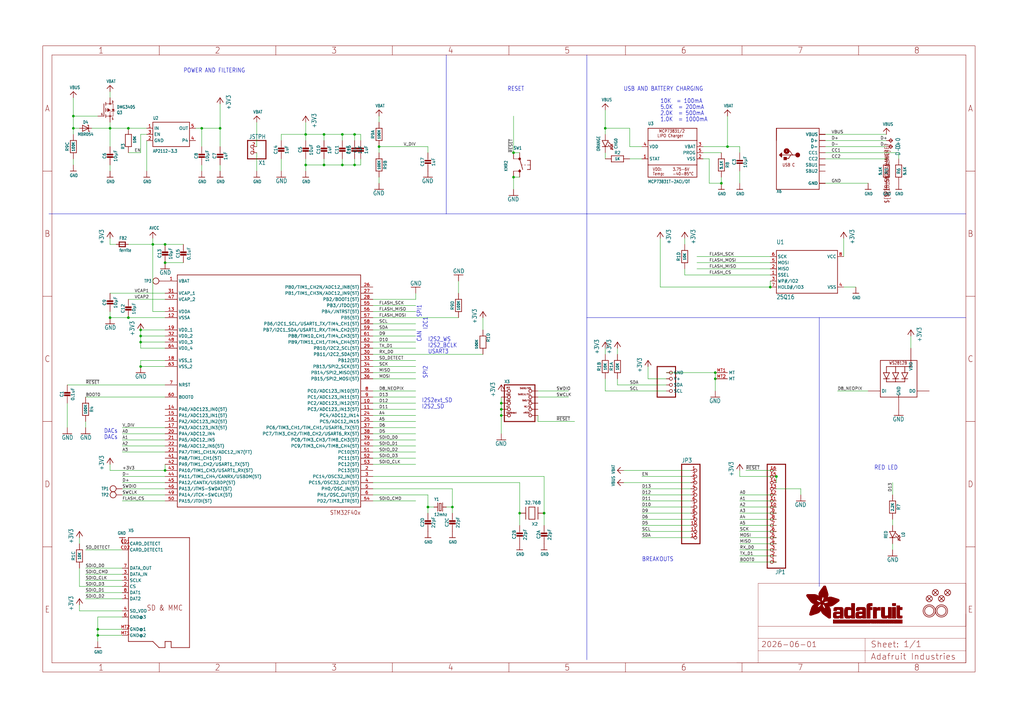
<source format=kicad_sch>
(kicad_sch (version 20231120) (generator "eeschema") (generator_version "8.0")
  (paper "User" 425.45 298.602)
  (lib_symbols
    (symbol "Adafruit Feather STM32F405 Express-eagle-import:+3V3" (power)
      (property "Value" "+3V3" (at -2.54 -5.08 90))
      (symbol "+3V3_1_0"
        (pin power_in line (at 0 -2.54 90) (length 2.54) (name "+3V3") (number "1"))
      )
    )
    (symbol "Adafruit Feather STM32F405 Express-eagle-import:AVCC" (power)
      (property "Value" "AVCC" (at -1.524 1.016 0))
      (symbol "AVCC_1_0"
        (pin power_in line (at 0 -2.54 90) (length 2.54) (name "AVCC") (number "1"))
      )
    )
    (symbol "Adafruit Feather STM32F405 Express-eagle-import:CAP_4PACK1206"
      (property "Reference" "C" (at -2.29 1.25 90))
      (symbol "CAP_4PACK1206_1_0"
        (pin passive line (at 0 5.08 270) (length 2.54) (name "1") (number "4"))
        (pin passive line (at 0 -2.54 90) (length 2.54) (name "2") (number "5"))
      )
      (symbol "CAP_4PACK1206_2_0"
        (pin passive line (at 0 5.08 270) (length 2.54) (name "1") (number "3"))
        (pin passive line (at 0 -2.54 90) (length 2.54) (name "2") (number "6"))
      )
      (symbol "CAP_4PACK1206_3_0"
        (pin passive line (at 0 5.08 270) (length 2.54) (name "1") (number "2"))
        (pin passive line (at 0 -2.54 90) (length 2.54) (name "2") (number "7"))
      )
      (symbol "CAP_4PACK1206_4_0"
        (pin passive line (at 0 5.08 270) (length 2.54) (name "1") (number "1"))
        (pin passive line (at 0 -2.54 90) (length 2.54) (name "2") (number "8"))
      )
    )
    (symbol "Adafruit Feather STM32F405 Express-eagle-import:CAP_CERAMIC0603_NO"
      (property "Reference" "C" (at -2.29 1.25 90))
      (symbol "CAP_CERAMIC0603_NO_1_0"
        (pin passive line (at 0 5.08 270) (length 2.54) (name "1") (number "1"))
        (pin passive line (at 0 -2.54 90) (length 2.54) (name "2") (number "2"))
      )
    )
    (symbol "Adafruit Feather STM32F405 Express-eagle-import:CAP_CERAMIC0805-NOOUTLINE"
      (property "Reference" "C" (at -2.29 1.25 90))
      (symbol "CAP_CERAMIC0805-NOOUTLINE_1_0"
        (pin passive line (at 0 5.08 270) (length 2.54) (name "1") (number "1"))
        (pin passive line (at 0 -2.54 90) (length 2.54) (name "2") (number "2"))
      )
    )
    (symbol "Adafruit Feather STM32F405 Express-eagle-import:CON_JST_PH_2PIN"
      (property "Reference" "X" (at -6.35 5.715 0))
      (symbol "CON_JST_PH_2PIN_1_0"
        (pin passive inverted (at -2.54 2.54 0) (length 2.54) (name "1") (number "1"))
        (pin passive inverted (at -2.54 0 0) (length 2.54) (name "2") (number "2"))
      )
    )
    (symbol "Adafruit Feather STM32F405 Express-eagle-import:CRYSTAL2.5X2.0"
      (property "Reference" "Y" (at -2.54 2.54 0))
      (symbol "CRYSTAL2.5X2.0_1_0"
        (pin passive line (at -2.54 0 0) (length 0) (name "1") (number "1"))
        (pin passive line (at 2.54 0 180) (length 0) (name "2") (number "3"))
      )
    )
    (symbol "Adafruit Feather STM32F405 Express-eagle-import:DIODE-SCHOTTKYSOD-123"
      (property "Reference" "D" (at 0 2.54 0))
      (symbol "DIODE-SCHOTTKYSOD-123_1_0"
        (pin passive line (at -2.54 0 0) (length 2.54) (name "A") (number "A"))
        (pin passive line (at 2.54 0 180) (length 2.54) (name "C") (number "C"))
      )
    )
    (symbol "Adafruit Feather STM32F405 Express-eagle-import:FERRITE-0805NO"
      (property "Reference" "FB" (at -1.27 1.905 0))
      (symbol "FERRITE-0805NO_1_0"
        (pin passive line (at -2.54 0 0) (length 2.54) (name "P$1") (number "1"))
        (pin passive line (at 2.54 0 180) (length 2.54) (name "P$2") (number "2"))
      )
    )
    (symbol "Adafruit Feather STM32F405 Express-eagle-import:FIDUCIAL_1MM")
    (symbol "Adafruit Feather STM32F405 Express-eagle-import:FRAME_A3_ADAFRUIT"
      (symbol "FRAME_A3_ADAFRUIT_1_0"
        (text "${#}/${##}" (at 357.505 10.16 0) (effects (font (size 2.54 2.54)) (justify left bottom)))
        (text "${CURRENT_DATE}" (at 298.45 10.16 0) (effects (font (size 2.286 2.286)) (justify left bottom)))
        (text "${PROJECTNAME}" (at 298.45 15.24 0) (effects (font (size 2.54 2.54)) (justify left bottom)))
        (text "1" (at 24.2094 1.905 0) (effects (font (size 2.54 2.286))))
        (text "1" (at 24.2094 258.445 0) (effects (font (size 2.54 2.286))))
        (text "2" (at 72.6281 1.905 0) (effects (font (size 2.54 2.286))))
        (text "2" (at 72.6281 258.445 0) (effects (font (size 2.54 2.286))))
        (text "3" (at 121.0469 1.905 0) (effects (font (size 2.54 2.286))))
        (text "3" (at 121.0469 258.445 0) (effects (font (size 2.54 2.286))))
        (text "4" (at 169.4656 1.905 0) (effects (font (size 2.54 2.286))))
        (text "4" (at 169.4656 258.445 0) (effects (font (size 2.54 2.286))))
        (text "5" (at 217.8844 1.905 0) (effects (font (size 2.54 2.286))))
        (text "5" (at 217.8844 258.445 0) (effects (font (size 2.54 2.286))))
        (text "6" (at 266.3031 1.905 0) (effects (font (size 2.54 2.286))))
        (text "6" (at 266.3031 258.445 0) (effects (font (size 2.54 2.286))))
        (text "7" (at 314.7219 1.905 0) (effects (font (size 2.54 2.286))))
        (text "7" (at 314.7219 258.445 0) (effects (font (size 2.54 2.286))))
        (text "8" (at 363.1406 1.905 0) (effects (font (size 2.54 2.286))))
        (text "8" (at 363.1406 258.445 0) (effects (font (size 2.54 2.286))))
        (text "A" (at 1.905 234.315 0) (effects (font (size 2.54 2.286))))
        (text "A" (at 385.445 234.315 0) (effects (font (size 2.54 2.286))))
        (text "Adafruit Industries" (at 343.916 4.953 0) (effects (font (size 2.54 2.54)) (justify left bottom)))
        (text "B" (at 1.905 182.245 0) (effects (font (size 2.54 2.286))))
        (text "B" (at 385.445 182.245 0) (effects (font (size 2.54 2.286))))
        (text "C" (at 1.905 130.175 0) (effects (font (size 2.54 2.286))))
        (text "C" (at 385.445 130.175 0) (effects (font (size 2.54 2.286))))
        (text "D" (at 1.905 78.105 0) (effects (font (size 2.54 2.286))))
        (text "D" (at 385.445 78.105 0) (effects (font (size 2.54 2.286))))
        (text "E" (at 1.905 26.035 0) (effects (font (size 2.54 2.286))))
        (text "E" (at 385.445 26.035 0) (effects (font (size 2.54 2.286))))
        (text "Sheet:" (at 343.916 10.033 0) (effects (font (size 2.54 2.54)) (justify left bottom)))
      )
    )
    (symbol "Adafruit Feather STM32F405 Express-eagle-import:GND" (power)
      (property "Value" "GND" (at -1.524 -2.54 0))
      (symbol "GND_1_0"
        (pin power_in line (at 0 2.54 270) (length 2.54) (name "GND") (number "1"))
      )
    )
    (symbol "Adafruit Feather STM32F405 Express-eagle-import:HEADER-1X12"
      (property "Reference" "JP" (at -6.35 18.415 0))
      (symbol "HEADER-1X12_1_0"
        (pin passive inverted (at -2.54 15.24 0) (length 2.54) (name "1") (number "1"))
        (pin passive inverted (at -2.54 -7.62 0) (length 2.54) (name "10") (number "10"))
        (pin passive inverted (at -2.54 -10.16 0) (length 2.54) (name "11") (number "11"))
        (pin passive inverted (at -2.54 -12.7 0) (length 2.54) (name "12") (number "12"))
        (pin passive inverted (at -2.54 12.7 0) (length 2.54) (name "2") (number "2"))
        (pin passive inverted (at -2.54 10.16 0) (length 2.54) (name "3") (number "3"))
        (pin passive inverted (at -2.54 7.62 0) (length 2.54) (name "4") (number "4"))
        (pin passive inverted (at -2.54 5.08 0) (length 2.54) (name "5") (number "5"))
        (pin passive inverted (at -2.54 2.54 0) (length 2.54) (name "6") (number "6"))
        (pin passive inverted (at -2.54 0 0) (length 2.54) (name "7") (number "7"))
        (pin passive inverted (at -2.54 -2.54 0) (length 2.54) (name "8") (number "8"))
        (pin passive inverted (at -2.54 -5.08 0) (length 2.54) (name "9") (number "9"))
      )
    )
    (symbol "Adafruit Feather STM32F405 Express-eagle-import:HEADER-1X16ROUND"
      (property "Reference" "JP" (at -6.35 20.955 0))
      (symbol "HEADER-1X16ROUND_1_0"
        (pin passive inverted (at -2.54 17.78 0) (length 2.54) (name "1") (number "1"))
        (pin passive inverted (at -2.54 -5.08 0) (length 2.54) (name "10") (number "10"))
        (pin passive inverted (at -2.54 -7.62 0) (length 2.54) (name "11") (number "11"))
        (pin passive inverted (at -2.54 -10.16 0) (length 2.54) (name "12") (number "12"))
        (pin passive inverted (at -2.54 -12.7 0) (length 2.54) (name "13") (number "13"))
        (pin passive inverted (at -2.54 -15.24 0) (length 2.54) (name "14") (number "14"))
        (pin passive inverted (at -2.54 -17.78 0) (length 2.54) (name "15") (number "15"))
        (pin passive inverted (at -2.54 -20.32 0) (length 2.54) (name "16") (number "16"))
        (pin passive inverted (at -2.54 15.24 0) (length 2.54) (name "2") (number "2"))
        (pin passive inverted (at -2.54 12.7 0) (length 2.54) (name "3") (number "3"))
        (pin passive inverted (at -2.54 10.16 0) (length 2.54) (name "4") (number "4"))
        (pin passive inverted (at -2.54 7.62 0) (length 2.54) (name "5") (number "5"))
        (pin passive inverted (at -2.54 5.08 0) (length 2.54) (name "6") (number "6"))
        (pin passive inverted (at -2.54 2.54 0) (length 2.54) (name "7") (number "7"))
        (pin passive inverted (at -2.54 0 0) (length 2.54) (name "8") (number "8"))
        (pin passive inverted (at -2.54 -2.54 0) (length 2.54) (name "9") (number "9"))
      )
    )
    (symbol "Adafruit Feather STM32F405 Express-eagle-import:JTAG-CORTEX"
      (property "Reference" "X" (at -6.35 8.255 0))
      (symbol "JTAG-CORTEX_1_0"
        (text "GND" (at -5.588 0.762 0) (effects (font (size 0.635 0.5397)) (justify left bottom)))
        (text "GND" (at -5.588 3.302 0) (effects (font (size 0.635 0.5397)) (justify left bottom)))
        (text "GNDDetect" (at -5.588 -4.318 0) (effects (font (size 0.635 0.5397)) (justify left bottom)))
        (text "KEY" (at -5.588 -1.778 0) (effects (font (size 0.635 0.5397)) (justify left bottom)))
        (text "NC/TDI" (at 1.778 -1.778 0) (effects (font (size 0.635 0.5397)) (justify left bottom)))
        (text "nRESET" (at 1.524 -4.318 0) (effects (font (size 0.635 0.5397)) (justify left bottom)))
        (text "SWDCLK/TCK" (at -0.762 3.302 0) (effects (font (size 0.635 0.5397)) (justify left bottom)))
        (text "SWDIO/TMS" (at 0 5.842 0) (effects (font (size 0.635 0.5397)) (justify left bottom)))
        (text "SWO/TDO" (at 1.016 0.762 0) (effects (font (size 0.635 0.5397)) (justify left bottom)))
        (text "VCC" (at -5.588 6.096 0) (effects (font (size 0.635 0.5397)) (justify left bottom)))
        (pin power_in line (at -7.62 5.08 0) (length 2.54) (name "VCC") (number "1"))
        (pin bidirectional line (at 7.62 -5.08 180) (length 2.54) (name "NRESET") (number "10"))
        (pin bidirectional line (at 7.62 5.08 180) (length 2.54) (name "SWDIO") (number "2"))
        (pin power_in line (at -7.62 2.54 0) (length 2.54) (name "GND@1") (number "3"))
        (pin bidirectional line (at 7.62 2.54 180) (length 2.54) (name "SWDCLK") (number "4"))
        (pin power_in line (at -7.62 0 0) (length 2.54) (name "GND@2") (number "5"))
        (pin bidirectional line (at 7.62 0 180) (length 2.54) (name "SWO") (number "6"))
        (pin bidirectional line (at -7.62 -2.54 0) (length 2.54) (name "KEY") (number "7"))
        (pin bidirectional line (at 7.62 -2.54 180) (length 2.54) (name "TDI") (number "8"))
        (pin bidirectional line (at -7.62 -5.08 0) (length 2.54) (name "GNDDETECT") (number "9"))
      )
    )
    (symbol "Adafruit Feather STM32F405 Express-eagle-import:LED0805_NOOUTLINE"
      (property "Reference" "D" (at -1.27 4.445 0))
      (symbol "LED0805_NOOUTLINE_1_0"
        (pin passive line (at -5.08 0 0) (length 2.54) (name "A") (number "A"))
        (pin passive line (at 2.54 0 180) (length 2.54) (name "C") (number "C"))
      )
    )
    (symbol "Adafruit Feather STM32F405 Express-eagle-import:MCP73831/2"
      (property "Reference" "U" (at -10.16 11.43 0))
      (symbol "MCP73831/2_1_0"
        (text "-40-85°C" (at 0 -9.525 0) (effects (font (size 1.27 1.0795)) (justify left bottom)))
        (text "3.75-6V" (at 0 -7.62 0) (effects (font (size 1.27 1.0795)) (justify left bottom)))
        (text "LIPO Charger" (at -6.35 6.35 0) (effects (font (size 1.27 1.0795)) (justify left bottom)))
        (text "MCP73831/2" (at -5.715 8.255 0) (effects (font (size 1.27 1.0795)) (justify left bottom)))
        (text "Temp:" (at -8.255 -9.525 0) (effects (font (size 1.27 1.0795)) (justify left bottom)))
        (text "VDD:" (at -8.255 -7.62 0) (effects (font (size 1.27 1.0795)) (justify left bottom)))
        (pin output line (at -12.7 -2.54 0) (length 2.54) (name "STAT") (number "1"))
        (pin power_in line (at 12.7 -2.54 180) (length 2.54) (name "VSS") (number "2"))
        (pin power_in line (at 12.7 2.54 180) (length 2.54) (name "VBAT") (number "3"))
        (pin power_in line (at -12.7 2.54 0) (length 2.54) (name "VDD") (number "4"))
        (pin input line (at 12.7 0 180) (length 2.54) (name "PROG") (number "5"))
      )
    )
    (symbol "Adafruit Feather STM32F405 Express-eagle-import:MICROSD"
      (property "Reference" "X" (at -12.7 22.606 0))
      (symbol "MICROSD_1_0"
        (text "SD & MMC" (at -5.08 -10.16 0) (effects (font (size 2.1844 1.8567)) (justify left bottom)))
        (pin bidirectional line (at -15.24 -5.08 0) (length 2.54) (name "DAT2") (number "1"))
        (pin input line (at -15.24 0 0) (length 2.54) (name "CS") (number "2"))
        (pin input line (at -15.24 5.08 0) (length 2.54) (name "DATA_IN") (number "3"))
        (pin power_in line (at -15.24 -10.16 0) (length 2.54) (name "SD_VDD") (number "4"))
        (pin input line (at -15.24 2.54 0) (length 2.54) (name "SCLK") (number "5"))
        (pin power_in line (at -15.24 -12.7 0) (length 2.54) (name "GND@3") (number "6"))
        (pin output line (at -15.24 7.62 0) (length 2.54) (name "DATA_OUT") (number "7"))
        (pin bidirectional line (at -15.24 -2.54 0) (length 2.54) (name "DAT1") (number "8"))
        (pin passive line (at -15.24 17.78 0) (length 2.54) (name "CARD_DETECT") (number "CD1"))
        (pin passive line (at -15.24 15.24 0) (length 2.54) (name "CARD_DETECT1") (number "CD2"))
        (pin power_in line (at -15.24 -20.32 0) (length 2.54) (name "GND@2") (number "MT1"))
        (pin power_in line (at -15.24 -17.78 0) (length 2.54) (name "GND@1") (number "MT2"))
      )
    )
    (symbol "Adafruit Feather STM32F405 Express-eagle-import:MOSFET-P"
      (property "Reference" "Q" (at 2.794 0.381 0))
      (symbol "MOSFET-P_1_0"
        (text "D" (at 0.635 -3.81 0) (effects (font (size 0.8128 0.6908)) (justify left bottom)))
        (text "G" (at -3.81 1.27 0) (effects (font (size 0.8128 0.6908)) (justify left bottom)))
        (text "S" (at 0.635 3.175 0) (effects (font (size 0.8128 0.6908)) (justify left bottom)))
        (pin passive line (at -5.08 2.54 0) (length 2.54) (name "G") (number "1"))
        (pin passive line (at 0 5.08 270) (length 2.54) (name "S") (number "2"))
        (pin passive line (at 0 -5.08 90) (length 2.54) (name "D") (number "3"))
      )
    )
    (symbol "Adafruit Feather STM32F405 Express-eagle-import:MOUNTINGHOLE2.5")
    (symbol "Adafruit Feather STM32F405 Express-eagle-import:RESISTOR_0603_NOOUT"
      (property "Reference" "R" (at 0 2.54 0))
      (symbol "RESISTOR_0603_NOOUT_1_0"
        (pin passive line (at -5.08 0 0) (length 2.54) (name "1") (number "1"))
        (pin passive line (at 5.08 0 180) (length 2.54) (name "2") (number "2"))
      )
    )
    (symbol "Adafruit Feather STM32F405 Express-eagle-import:RESISTOR_4PACK_NO"
      (property "Reference" "R" (at 0 2.54 0))
      (symbol "RESISTOR_4PACK_NO_1_0"
        (pin passive line (at -5.08 0 0) (length 2.54) (name "1") (number "1"))
        (pin passive line (at 5.08 0 180) (length 2.54) (name "2") (number "8"))
      )
      (symbol "RESISTOR_4PACK_NO_2_0"
        (pin passive line (at -5.08 0 0) (length 2.54) (name "1") (number "2"))
        (pin passive line (at 5.08 0 180) (length 2.54) (name "2") (number "7"))
      )
      (symbol "RESISTOR_4PACK_NO_3_0"
        (pin passive line (at -5.08 0 0) (length 2.54) (name "1") (number "3"))
        (pin passive line (at 5.08 0 180) (length 2.54) (name "2") (number "6"))
      )
      (symbol "RESISTOR_4PACK_NO_4_0"
        (pin passive line (at -5.08 0 0) (length 2.54) (name "1") (number "4"))
        (pin passive line (at 5.08 0 180) (length 2.54) (name "2") (number "5"))
      )
    )
    (symbol "Adafruit Feather STM32F405 Express-eagle-import:SPIFLASH_8PIN"
      (property "Reference" "U" (at -12.7 12.7 0))
      (symbol "SPIFLASH_8PIN_1_0"
        (pin bidirectional line (at -15.24 0 0) (length 2.54) (name "SSEL") (number "1"))
        (pin bidirectional line (at -15.24 2.54 0) (length 2.54) (name "MISO") (number "2"))
        (pin bidirectional line (at -15.24 -2.54 0) (length 2.54) (name "WP#/IO2") (number "3"))
        (pin bidirectional line (at 15.24 -5.08 180) (length 2.54) (name "VSS") (number "4"))
        (pin bidirectional line (at -15.24 5.08 0) (length 2.54) (name "MOSI") (number "5"))
        (pin bidirectional line (at -15.24 7.62 0) (length 2.54) (name "SCK") (number "6"))
        (pin bidirectional line (at -15.24 -5.08 0) (length 2.54) (name "HOLD#/IO3") (number "7"))
        (pin bidirectional line (at 15.24 7.62 180) (length 2.54) (name "VCC") (number "8"))
      )
    )
    (symbol "Adafruit Feather STM32F405 Express-eagle-import:STEMMA_I2C_QT"
      (symbol "STEMMA_I2C_QT_1_0"
        (pin passive inverted (at 0 5.08 0) (length 2.54) (name "GND") (number "1"))
        (pin passive inverted (at 0 2.54 0) (length 2.54) (name "V+") (number "2"))
        (pin passive inverted (at 0 0 0) (length 2.54) (name "SDA") (number "3"))
        (pin passive inverted (at 0 -2.54 0) (length 2.54) (name "SCL") (number "4"))
      )
      (symbol "STEMMA_I2C_QT_2_0"
        (pin bidirectional line (at 0 0 0) (length 5.08) (name "MT") (number "MT1"))
      )
      (symbol "STEMMA_I2C_QT_3_0"
        (pin bidirectional line (at 0 0 0) (length 5.08) (name "MT") (number "MT2"))
      )
    )
    (symbol "Adafruit Feather STM32F405 Express-eagle-import:STM32F405R"
      (symbol "STM32F405R_1_0"
        (text "STM32F40x" (at 38.1 -49.53 0) (effects (font (size 1.778 1.5113)) (justify right top)))
        (pin bidirectional line (at -43.18 45.72 0) (length 5.08) (name "VBAT") (number "1"))
        (pin bidirectional line (at 43.18 -5.08 180) (length 5.08) (name "PC2/ADC123_IN12(5T)") (number "10"))
        (pin bidirectional line (at 43.18 -7.62 180) (length 5.08) (name "PC3/ADC123_IN13(5T)") (number "11"))
        (pin bidirectional line (at -43.18 30.48 0) (length 5.08) (name "VSSA") (number "12"))
        (pin bidirectional line (at -43.18 33.02 0) (length 5.08) (name "VDDA") (number "13"))
        (pin bidirectional line (at -43.18 -7.62 0) (length 5.08) (name "PA0/ADC123_IN0(5T)") (number "14"))
        (pin bidirectional line (at -43.18 -10.16 0) (length 5.08) (name "PA1/ADC123_IN1(5T)") (number "15"))
        (pin bidirectional line (at -43.18 -12.7 0) (length 5.08) (name "PA2/ADC123_IN2(5T)") (number "16"))
        (pin bidirectional line (at -43.18 -15.24 0) (length 5.08) (name "PA3/ADC123_IN3(5T)") (number "17"))
        (pin bidirectional line (at -43.18 12.7 0) (length 5.08) (name "VSS_1") (number "18"))
        (pin bidirectional line (at -43.18 25.4 0) (length 5.08) (name "VDD_1") (number "19"))
        (pin bidirectional line (at 43.18 -33.02 180) (length 5.08) (name "PC13(5T)") (number "2"))
        (pin bidirectional line (at -43.18 -17.78 0) (length 5.08) (name "PA4/ADC12_IN4") (number "20"))
        (pin bidirectional line (at -43.18 -20.32 0) (length 5.08) (name "PA5/ADC12_IN5") (number "21"))
        (pin bidirectional line (at -43.18 -22.86 0) (length 5.08) (name "PA6/ADC12_IN6(5T)") (number "22"))
        (pin bidirectional line (at -43.18 -25.4 0) (length 5.08) (name "PA7/TIM1_CH1N/ADC12_IN7(FT)") (number "23"))
        (pin bidirectional line (at 43.18 -10.16 180) (length 5.08) (name "PC4/ADC12_IN14") (number "24"))
        (pin bidirectional line (at 43.18 -12.7 180) (length 5.08) (name "PC5/ADC12_IN15") (number "25"))
        (pin bidirectional line (at 43.18 43.18 180) (length 5.08) (name "PB0/TIM1_CH2N/ADC12_IN8(5T)") (number "26"))
        (pin bidirectional line (at 43.18 40.64 180) (length 5.08) (name "PB1/TIM1_CH3N/ADC12_IN9(5T)") (number "27"))
        (pin bidirectional line (at 43.18 38.1 180) (length 5.08) (name "PB2/BOOT1(5T)") (number "28"))
        (pin bidirectional line (at 43.18 17.78 180) (length 5.08) (name "PB10/I2C2_SCL(5T)") (number "29"))
        (pin bidirectional line (at 43.18 -35.56 180) (length 5.08) (name "PC14/OSC32_IN(5T)") (number "3"))
        (pin bidirectional line (at 43.18 15.24 180) (length 5.08) (name "PB11/I2C2_SDA(5T)") (number "30"))
        (pin bidirectional line (at -43.18 40.64 0) (length 5.08) (name "VCAP_1") (number "31"))
        (pin bidirectional line (at -43.18 22.86 0) (length 5.08) (name "VDD_2") (number "32"))
        (pin bidirectional line (at 43.18 12.7 180) (length 5.08) (name "PB12(5T)") (number "33"))
        (pin bidirectional line (at 43.18 10.16 180) (length 5.08) (name "PB13/SPI2_SCK(5T)") (number "34"))
        (pin bidirectional line (at 43.18 7.62 180) (length 5.08) (name "PB14/SPI2_MISO(5T)") (number "35"))
        (pin bidirectional line (at 43.18 5.08 180) (length 5.08) (name "PB15/SPI2_MOSI(5T)") (number "36"))
        (pin bidirectional line (at 43.18 -15.24 180) (length 5.08) (name "PC6/TIM3_CH1/TIM_CH1/USART6_TX(5T)") (number "37"))
        (pin bidirectional line (at 43.18 -17.78 180) (length 5.08) (name "PC7/TIM3_CH2/TIM8_CH2/USART6_RX(5T)") (number "38"))
        (pin bidirectional line (at 43.18 -20.32 180) (length 5.08) (name "PC8/TIM3_CH3/TIM8_CH3(5T)") (number "39"))
        (pin bidirectional line (at 43.18 -38.1 180) (length 5.08) (name "PC15/OSC32_OUT(5T)") (number "4"))
        (pin bidirectional line (at 43.18 -22.86 180) (length 5.08) (name "PC9/TIM3_CH4/TIM8_CH4(5T)") (number "40"))
        (pin bidirectional line (at -43.18 -27.94 0) (length 5.08) (name "PA8/TIM1_CH1(5T)") (number "41"))
        (pin bidirectional line (at -43.18 -30.48 0) (length 5.08) (name "PA9/TIM1_CH2/USART1_TX(5T)") (number "42"))
        (pin bidirectional line (at -43.18 -33.02 0) (length 5.08) (name "PA10/TIM1_CH3/USART1_RX(5T)") (number "43"))
        (pin bidirectional line (at -43.18 -35.56 0) (length 5.08) (name "PA11/TIM1_CH4/CANRX/USBDM(5T)") (number "44"))
        (pin bidirectional line (at -43.18 -38.1 0) (length 5.08) (name "PA12/CANTX/USBDP(5T)") (number "45"))
        (pin bidirectional line (at -43.18 -40.64 0) (length 5.08) (name "PA13/JTMS-SWDAT(5T)") (number "46"))
        (pin bidirectional line (at -43.18 38.1 0) (length 5.08) (name "VCAP_2") (number "47"))
        (pin bidirectional line (at -43.18 20.32 0) (length 5.08) (name "VDD_3") (number "48"))
        (pin bidirectional line (at -43.18 -43.18 0) (length 5.08) (name "PA14/JTCK-SWCLK(5T)") (number "49"))
        (pin bidirectional line (at 43.18 -40.64 180) (length 5.08) (name "PH0/OSC_IN(5T)") (number "5"))
        (pin bidirectional line (at -43.18 -45.72 0) (length 5.08) (name "PA15/JTDI(5T)") (number "50"))
        (pin bidirectional line (at 43.18 -25.4 180) (length 5.08) (name "PC10(5T)") (number "51"))
        (pin bidirectional line (at 43.18 -27.94 180) (length 5.08) (name "PC11(5T)") (number "52"))
        (pin bidirectional line (at 43.18 -30.48 180) (length 5.08) (name "PC12(5T)") (number "53"))
        (pin bidirectional line (at 43.18 -45.72 180) (length 5.08) (name "PD2/TIM3_ETR(5T)") (number "54"))
        (pin bidirectional line (at 43.18 35.56 180) (length 5.08) (name "PB3/JTDO(5T)") (number "55"))
        (pin bidirectional line (at 43.18 33.02 180) (length 5.08) (name "PB4/JNTRST(5T)") (number "56"))
        (pin bidirectional line (at 43.18 30.48 180) (length 5.08) (name "PB5(5T)") (number "57"))
        (pin bidirectional line (at 43.18 27.94 180) (length 5.08) (name "PB6/I2C1_SCL/USART1_TX/TIM4_CH1(5T)") (number "58"))
        (pin bidirectional line (at 43.18 25.4 180) (length 5.08) (name "PB7/I2C1_SDA/USART1_RX/TIM4_CH2(5T)") (number "59"))
        (pin bidirectional line (at 43.18 -43.18 180) (length 5.08) (name "PH1/OSC_OUT(5T)") (number "6"))
        (pin bidirectional line (at -43.18 -2.54 0) (length 5.08) (name "BOOT0") (number "60"))
        (pin bidirectional line (at 43.18 22.86 180) (length 5.08) (name "PB8/TIM10_CH1/TIM4_CH3(5T)") (number "61"))
        (pin bidirectional line (at 43.18 20.32 180) (length 5.08) (name "PB9/TIM11_CH1/TIM4_CH4(5T)") (number "62"))
        (pin bidirectional line (at -43.18 10.16 0) (length 5.08) (name "VSS_2") (number "63"))
        (pin bidirectional line (at -43.18 17.78 0) (length 5.08) (name "VDD_4") (number "64"))
        (pin bidirectional line (at -43.18 2.54 0) (length 5.08) (name "NRST") (number "7"))
        (pin bidirectional line (at 43.18 0 180) (length 5.08) (name "PC0/ADC123_IN10(5T)") (number "8"))
        (pin bidirectional line (at 43.18 -2.54 180) (length 5.08) (name "PC1/ADC123_IN11(5T)") (number "9"))
      )
    )
    (symbol "Adafruit Feather STM32F405 Express-eagle-import:SWITCH_TACT_SMT4.6X2.8"
      (property "Reference" "SW" (at -2.54 6.35 0))
      (symbol "SWITCH_TACT_SMT4.6X2.8_1_0"
        (pin passive line (at -5.08 0 0) (length 2.54) (name "P") (number "A"))
        (pin passive line (at -5.08 -2.54 0) (length 2.54) (name "P1") (number "A'"))
        (pin passive line (at 5.08 0 180) (length 2.54) (name "S") (number "B"))
        (pin passive line (at 5.08 -2.54 180) (length 2.54) (name "S1") (number "B'"))
      )
    )
    (symbol "Adafruit Feather STM32F405 Express-eagle-import:TESTPOINTROUND1.5MM"
      (property "Reference" "TP" (at 0 5.588 90))
      (symbol "TESTPOINTROUND1.5MM_1_0"
        (pin bidirectional line (at 0 0 90) (length 2.54) (name "P$1") (number "P$1"))
      )
    )
    (symbol "Adafruit Feather STM32F405 Express-eagle-import:TPB1,27"
      (property "Reference" "TP" (at -1.27 1.27 0))
      (symbol "TPB1,27_1_0"
        (text "${TP_SIGNAL_NAME}" (at 1.27 -1.27 0) (effects (font (size 1.778 1.5113)) (justify left bottom)))
        (pin input line (at 0 -2.54 90) (length 2.54) (name "TP") (number "TP"))
      )
    )
    (symbol "Adafruit Feather STM32F405 Express-eagle-import:USB_C"
      (property "Reference" "X" (at -10.16 13.716 0))
      (symbol "USB_C_1_0"
        (text "USB C" (at -5.08 -2.54 0) (effects (font (size 1.27 1.0795))))
        (pin power_in line (at 10.16 -10.16 180) (length 2.54) (name "GND") (number "A1B12"))
        (pin power_in line (at 10.16 10.16 180) (length 2.54) (name "VBUS") (number "A4B9"))
        (pin bidirectional line (at 10.16 2.54 180) (length 2.54) (name "CC1") (number "A5"))
        (pin bidirectional line (at 10.16 7.62 180) (length 2.54) (name "D+") (number "A6"))
        (pin bidirectional line (at 10.16 5.08 180) (length 2.54) (name "D-") (number "A7"))
        (pin bidirectional line (at 10.16 -2.54 180) (length 2.54) (name "SBU1") (number "A8"))
        (pin power_in line (at 10.16 -10.16 180) (length 2.54) (name "GND") (number "B1A12"))
        (pin power_in line (at 10.16 10.16 180) (length 2.54) (name "VBUS") (number "B4A9"))
        (pin bidirectional line (at 10.16 0 180) (length 2.54) (name "CC2") (number "B5"))
        (pin bidirectional line (at 10.16 7.62 180) (length 2.54) (name "D+") (number "B6"))
        (pin bidirectional line (at 10.16 5.08 180) (length 2.54) (name "D-") (number "B7"))
        (pin bidirectional line (at 10.16 -5.08 180) (length 2.54) (name "SBU2") (number "B8"))
      )
    )
    (symbol "Adafruit Feather STM32F405 Express-eagle-import:VBAT" (power)
      (property "Value" "VBAT" (at -1.524 1.016 0))
      (symbol "VBAT_1_0"
        (pin power_in line (at 0 -2.54 90) (length 2.54) (name "VBAT") (number "1"))
      )
    )
    (symbol "Adafruit Feather STM32F405 Express-eagle-import:VBUS" (power)
      (property "Value" "VBUS" (at -1.524 1.016 0))
      (symbol "VBUS_1_0"
        (pin power_in line (at 0 -2.54 90) (length 2.54) (name "VBUS") (number "1"))
      )
    )
    (symbol "Adafruit Feather STM32F405 Express-eagle-import:VREG_SOT23-5"
      (property "Reference" "U" (at -7.62 6.096 0))
      (symbol "VREG_SOT23-5_1_0"
        (pin power_in line (at -10.16 2.54 0) (length 2.54) (name "IN") (number "1"))
        (pin power_in line (at -10.16 -2.54 0) (length 2.54) (name "GND") (number "2"))
        (pin input line (at -10.16 0 0) (length 2.54) (name "EN") (number "3"))
        (pin bidirectional line (at 10.16 -2.54 180) (length 2.54) (name "P4") (number "4"))
        (pin power_in line (at 10.16 2.54 180) (length 2.54) (name "OUT") (number "5"))
      )
    )
    (symbol "Adafruit Feather STM32F405 Express-eagle-import:WS2812B3535"
      (symbol "WS2812B3535_1_0"
        (text "WS2812B" (at -4.064 8.382 0) (effects (font (size 1.27 1.0795)) (justify left bottom)))
        (pin input line (at -12.7 -2.54 0) (length 5.08) (name "DI") (number "1"))
        (pin power_in line (at 5.08 15.24 270) (length 5.08) (name "VDD") (number "2"))
        (pin output line (at 12.7 -2.54 180) (length 5.08) (name "DO") (number "3"))
        (pin power_in line (at 0 -10.16 90) (length 5.08) (name "GND") (number "4"))
      )
    )
    (symbol "Adafruit Feather STM32F405 Express-eagle-import:XTAL-3.2X1.5"
      (property "Reference" "X" (at -2.54 3.81 0))
      (symbol "XTAL-3.2X1.5_1_0"
        (pin bidirectional line (at -5.08 0 0) (length 2.54) (name "P$1") (number "P$1"))
        (pin bidirectional line (at 5.08 0 180) (length 2.54) (name "P$2") (number "P$2"))
      )
    )
    (symbol "Adafruit Feather STM32F405 Express-eagle-import:supply1_GND" (power)
      (property "Value" "supply1_GND" (at -2.54 -2.54 0))
      (symbol "supply1_GND_1_0"
        (pin power_in line (at 0 2.54 270) (length 2.54) (name "GND") (number "1"))
      )
    )
  )
  (junction (at 147.32 68.58))
  (junction (at 68.58 109.22))
  (junction (at 91.44 53.34))
  (junction (at 58.42 142.24))
  (junction (at 213.36 63.5))
  (junction (at 127 55.88))
  (junction (at 226.06 213.36))
  (junction (at 320.04 119.38))
  (junction (at 45.72 53.34))
  (junction (at 187.96 210.82))
  (junction (at 297.18 157.48))
  (junction (at 127 68.58))
  (junction (at 68.58 101.6))
  (junction (at 134.62 55.88))
  (junction (at 58.42 152.4))
  (junction (at 147.32 55.88))
  (junction (at 177.8 210.82))
  (junction (at 322.58 198.12))
  (junction (at 302.26 60.96))
  (junction (at 45.72 132.08))
  (junction (at 83.82 53.34))
  (junction (at 58.42 137.16))
  (junction (at 215.9 213.36))
  (junction (at 53.34 53.34))
  (junction (at 142.24 55.88))
  (junction (at 213.36 73.66))
  (junction (at 208.28 167.64))
  (junction (at 208.28 172.72))
  (junction (at 68.58 195.58))
  (junction (at 53.34 132.08))
  (junction (at 58.42 139.7))
  (junction (at 157.48 60.96))
  (junction (at 63.5 101.6))
  (junction (at 251.46 53.34))
  (junction (at 40.64 264.16))
  (junction (at 40.64 261.62))
  (junction (at 134.62 68.58))
  (junction (at 299.72 76.2))
  (junction (at 208.28 170.18))
  (junction (at 297.18 154.94))
  (junction (at 142.24 68.58))
  (junction (at 30.48 48.26))
  (junction (at 30.48 53.34))
  (wire (pts (xy 68.58 177.8) (xy 50.8 177.8)) (stroke (width 0.1524)))
  (wire (pts (xy 68.58 160.02) (xy 27.94 160.02)) (stroke (width 0.1524)))
  (wire (pts (xy 297.18 157.48) (xy 297.18 162.56)) (stroke (width 0.1524)))
  (wire (pts (xy 33.02 226.06) (xy 33.02 223.52)) (stroke (width 0.1524)))
  (wire (pts (xy 63.5 101.6) (xy 68.58 101.6)) (stroke (width 0.1524)))
  (wire (pts (xy 320.04 111.76) (xy 289.56 111.76)) (stroke (width 0.1524)))
  (wire (pts (xy 68.58 180.34) (xy 50.8 180.34)) (stroke (width 0.1524)))
  (wire (pts (xy 292.1 63.5) (xy 299.72 63.5)) (stroke (width 0.1524)))
  (wire (pts (xy 40.64 256.54) (xy 40.64 261.62)) (stroke (width 0.1524)))
  (wire (pts (xy 53.34 53.34) (xy 45.72 53.34)) (stroke (width 0.1524)))
  (wire (pts (xy 134.62 68.58) (xy 127 68.58)) (stroke (width 0.1524)))
  (wire (pts (xy 154.94 149.86) (xy 172.72 149.86)) (stroke (width 0.1524)))
  (wire (pts (xy 116.84 55.88) (xy 116.84 58.42)) (stroke (width 0.1524)))
  (wire (pts (xy 284.48 114.3) (xy 320.04 114.3)) (stroke (width 0.1524)))
  (wire (pts (xy 276.86 160.02) (xy 256.54 160.02)) (stroke (width 0.1524)))
  (wire (pts (xy 127 55.88) (xy 127 50.8)) (stroke (width 0.1524)))
  (wire (pts (xy 307.34 198.12) (xy 322.58 198.12)) (stroke (width 0.1524)))
  (wire (pts (xy 68.58 208.28) (xy 50.8 208.28)) (stroke (width 0.1524)))
  (wire (pts (xy 35.56 175.26) (xy 35.56 177.8)) (stroke (width 0.1524)))
  (wire (pts (xy 60.96 53.34) (xy 53.34 53.34)) (stroke (width 0.1524)))
  (wire (pts (xy 68.58 203.2) (xy 50.8 203.2)) (stroke (width 0.1524)))
  (polyline (pts (xy 185.42 88.9) (xy 185.42 22.86)) (stroke (width 0.1524) (type solid)))
  (wire (pts (xy 35.56 238.76) (xy 50.8 238.76)) (stroke (width 0.1524)))
  (wire (pts (xy 307.34 63.5) (xy 307.34 60.96)) (stroke (width 0.1524)))
  (wire (pts (xy 30.48 48.26) (xy 30.48 40.64)) (stroke (width 0.1524)))
  (wire (pts (xy 320.04 119.38) (xy 274.32 119.38)) (stroke (width 0.1524)))
  (wire (pts (xy 180.34 210.82) (xy 177.8 210.82)) (stroke (width 0.1524)))
  (wire (pts (xy 208.28 167.64) (xy 208.28 170.18)) (stroke (width 0.1524)))
  (wire (pts (xy 208.28 170.18) (xy 208.28 172.72)) (stroke (width 0.1524)))
  (wire (pts (xy 50.8 182.88) (xy 68.58 182.88)) (stroke (width 0.1524)))
  (wire (pts (xy 40.64 261.62) (xy 40.64 264.16)) (stroke (width 0.1524)))
  (wire (pts (xy 50.8 236.22) (xy 35.56 236.22)) (stroke (width 0.1524)))
  (wire (pts (xy 256.54 160.02) (xy 256.54 157.48)) (stroke (width 0.1524)))
  (wire (pts (xy 68.58 101.6) (xy 76.2 101.6)) (stroke (width 0.1524)))
  (wire (pts (xy 58.42 142.24) (xy 58.42 144.78)) (stroke (width 0.1524)))
  (wire (pts (xy 50.8 198.12) (xy 68.58 198.12)) (stroke (width 0.1524)))
  (wire (pts (xy 256.54 144.78) (xy 256.54 147.32)) (stroke (width 0.1524)))
  (wire (pts (xy 30.48 55.88) (xy 30.48 53.34)) (stroke (width 0.1524)))
  (wire (pts (xy 307.34 208.28) (xy 322.58 208.28)) (stroke (width 0.1524)))
  (wire (pts (xy 299.72 73.66) (xy 299.72 76.2)) (stroke (width 0.1524)))
  (wire (pts (xy 154.94 185.42) (xy 172.72 185.42)) (stroke (width 0.1524)))
  (wire (pts (xy 154.94 177.8) (xy 172.72 177.8)) (stroke (width 0.1524)))
  (wire (pts (xy 261.62 66.04) (xy 266.7 66.04)) (stroke (width 0.1524)))
  (wire (pts (xy 48.26 101.6) (xy 45.72 101.6)) (stroke (width 0.1524)))
  (wire (pts (xy 147.32 68.58) (xy 149.86 68.58)) (stroke (width 0.1524)))
  (wire (pts (xy 223.52 162.56) (xy 236.22 162.56)) (stroke (width 0.1524)))
  (wire (pts (xy 332.74 203.2) (xy 332.74 205.74)) (stroke (width 0.1524)))
  (wire (pts (xy 355.6 119.38) (xy 350.52 119.38)) (stroke (width 0.1524)))
  (wire (pts (xy 154.94 208.28) (xy 172.72 208.28)) (stroke (width 0.1524)))
  (wire (pts (xy 63.5 99.06) (xy 63.5 101.6)) (stroke (width 0.1524)))
  (wire (pts (xy 58.42 55.88) (xy 60.96 55.88)) (stroke (width 0.1524)))
  (wire (pts (xy 370.84 205.74) (xy 370.84 200.66)) (stroke (width 0.1524)))
  (wire (pts (xy 50.8 254) (xy 33.02 254)) (stroke (width 0.1524)))
  (wire (pts (xy 360.68 76.2) (xy 342.9 76.2)) (stroke (width 0.1524)))
  (wire (pts (xy 58.42 139.7) (xy 58.42 142.24)) (stroke (width 0.1524)))
  (wire (pts (xy 50.8 248.92) (xy 35.56 248.92)) (stroke (width 0.1524)))
  (wire (pts (xy 294.64 76.2) (xy 299.72 76.2)) (stroke (width 0.1524)))
  (wire (pts (xy 154.94 205.74) (xy 177.8 205.74)) (stroke (width 0.1524)))
  (wire (pts (xy 320.04 116.84) (xy 320.04 119.38)) (stroke (width 0.1524)))
  (wire (pts (xy 261.62 60.96) (xy 266.7 60.96)) (stroke (width 0.1524)))
  (wire (pts (xy 373.38 63.5) (xy 373.38 66.04)) (stroke (width 0.1524)))
  (wire (pts (xy 172.72 137.16) (xy 154.94 137.16)) (stroke (width 0.1524)))
  (wire (pts (xy 149.86 55.88) (xy 149.86 58.42)) (stroke (width 0.1524)))
  (wire (pts (xy 322.58 215.9) (xy 307.34 215.9)) (stroke (width 0.1524)))
  (wire (pts (xy 40.64 264.16) (xy 50.8 264.16)) (stroke (width 0.1524)))
  (wire (pts (xy 154.94 124.46) (xy 172.72 124.46)) (stroke (width 0.1524)))
  (wire (pts (xy 157.48 76.2) (xy 157.48 73.66)) (stroke (width 0.1524)))
  (wire (pts (xy 307.34 218.44) (xy 322.58 218.44)) (stroke (width 0.1524)))
  (wire (pts (xy 284.48 99.06) (xy 284.48 101.6)) (stroke (width 0.1524)))
  (wire (pts (xy 147.32 66.04) (xy 147.32 68.58)) (stroke (width 0.1524)))
  (wire (pts (xy 154.94 162.56) (xy 172.72 162.56)) (stroke (width 0.1524)))
  (wire (pts (xy 45.72 68.58) (xy 45.72 71.12)) (stroke (width 0.1524)))
  (polyline (pts (xy 243.84 132.08) (xy 243.84 88.9)) (stroke (width 0.1524) (type solid)))
  (wire (pts (xy 106.68 50.8) (xy 106.68 60.96)) (stroke (width 0.1524)))
  (wire (pts (xy 215.9 200.66) (xy 154.94 200.66)) (stroke (width 0.1524)))
  (wire (pts (xy 33.02 53.34) (xy 30.48 53.34)) (stroke (width 0.1524)))
  (wire (pts (xy 157.48 48.26) (xy 157.48 50.8)) (stroke (width 0.1524)))
  (wire (pts (xy 91.44 53.34) (xy 91.44 43.18)) (stroke (width 0.1524)))
  (wire (pts (xy 307.34 231.14) (xy 322.58 231.14)) (stroke (width 0.1524)))
  (wire (pts (xy 322.58 198.12) (xy 322.58 200.66)) (stroke (width 0.1524)))
  (wire (pts (xy 134.62 55.88) (xy 142.24 55.88)) (stroke (width 0.1524)))
  (polyline (pts (xy 401.32 132.08) (xy 340.36 132.08)) (stroke (width 0.1524) (type solid)))
  (wire (pts (xy 154.94 134.62) (xy 172.72 134.62)) (stroke (width 0.1524)))
  (wire (pts (xy 154.94 180.34) (xy 172.72 180.34)) (stroke (width 0.1524)))
  (wire (pts (xy 154.94 172.72) (xy 172.72 172.72)) (stroke (width 0.1524)))
  (wire (pts (xy 154.94 152.4) (xy 172.72 152.4)) (stroke (width 0.1524)))
  (wire (pts (xy 30.48 68.58) (xy 30.48 66.04)) (stroke (width 0.1524)))
  (wire (pts (xy 53.34 101.6) (xy 63.5 101.6)) (stroke (width 0.1524)))
  (wire (pts (xy 149.86 68.58) (xy 149.86 66.04)) (stroke (width 0.1524)))
  (wire (pts (xy 45.72 132.08) (xy 53.34 132.08)) (stroke (width 0.1524)))
  (polyline (pts (xy 20.32 88.9) (xy 185.42 88.9)) (stroke (width 0.1524) (type solid)))
  (wire (pts (xy 154.94 190.5) (xy 172.72 190.5)) (stroke (width 0.1524)))
  (wire (pts (xy 50.8 205.74) (xy 68.58 205.74)) (stroke (width 0.1524)))
  (wire (pts (xy 134.62 55.88) (xy 127 55.88)) (stroke (width 0.1524)))
  (wire (pts (xy 322.58 203.2) (xy 332.74 203.2)) (stroke (width 0.1524)))
  (wire (pts (xy 154.94 170.18) (xy 172.72 170.18)) (stroke (width 0.1524)))
  (wire (pts (xy 35.56 241.3) (xy 50.8 241.3)) (stroke (width 0.1524)))
  (wire (pts (xy 294.64 66.04) (xy 294.64 76.2)) (stroke (width 0.1524)))
  (wire (pts (xy 68.58 149.86) (xy 58.42 149.86)) (stroke (width 0.1524)))
  (wire (pts (xy 360.68 162.56) (xy 347.98 162.56)) (stroke (width 0.1524)))
  (wire (pts (xy 302.26 48.26) (xy 302.26 60.96)) (stroke (width 0.1524)))
  (wire (pts (xy 177.8 210.82) (xy 177.8 213.36)) (stroke (width 0.1524)))
  (polyline (pts (xy 401.32 88.9) (xy 243.84 88.9)) (stroke (width 0.1524) (type solid)))
  (wire (pts (xy 68.58 139.7) (xy 58.42 139.7)) (stroke (width 0.1524)))
  (wire (pts (xy 154.94 157.48) (xy 172.72 157.48)) (stroke (width 0.1524)))
  (wire (pts (xy 83.82 53.34) (xy 91.44 53.34)) (stroke (width 0.1524)))
  (wire (pts (xy 68.58 200.66) (xy 50.8 200.66)) (stroke (width 0.1524)))
  (wire (pts (xy 154.94 129.54) (xy 172.72 129.54)) (stroke (width 0.1524)))
  (wire (pts (xy 116.84 66.04) (xy 116.84 71.12)) (stroke (width 0.1524)))
  (wire (pts (xy 251.46 55.88) (xy 251.46 53.34)) (stroke (width 0.1524)))
  (wire (pts (xy 187.96 203.2) (xy 187.96 210.82)) (stroke (width 0.1524)))
  (wire (pts (xy 127 55.88) (xy 116.84 55.88)) (stroke (width 0.1524)))
  (wire (pts (xy 307.34 213.36) (xy 322.58 213.36)) (stroke (width 0.1524)))
  (wire (pts (xy 38.1 53.34) (xy 45.72 53.34)) (stroke (width 0.1524)))
  (wire (pts (xy 142.24 68.58) (xy 147.32 68.58)) (stroke (width 0.1524)))
  (wire (pts (xy 127 58.42) (xy 127 55.88)) (stroke (width 0.1524)))
  (wire (pts (xy 251.46 53.34) (xy 261.62 53.34)) (stroke (width 0.1524)))
  (wire (pts (xy 342.9 63.5) (xy 373.38 63.5)) (stroke (width 0.1524)))
  (wire (pts (xy 172.72 175.26) (xy 154.94 175.26)) (stroke (width 0.1524)))
  (wire (pts (xy 251.46 162.56) (xy 276.86 162.56)) (stroke (width 0.1524)))
  (wire (pts (xy 45.72 195.58) (xy 45.72 193.04)) (stroke (width 0.1524)))
  (wire (pts (xy 320.04 106.68) (xy 289.56 106.68)) (stroke (width 0.1524)))
  (wire (pts (xy 83.82 60.96) (xy 83.82 53.34)) (stroke (width 0.1524)))
  (wire (pts (xy 40.64 48.26) (xy 30.48 48.26)) (stroke (width 0.1524)))
  (wire (pts (xy 208.28 172.72) (xy 208.28 180.34)) (stroke (width 0.1524)))
  (wire (pts (xy 154.94 165.1) (xy 172.72 165.1)) (stroke (width 0.1524)))
  (wire (pts (xy 68.58 124.46) (xy 53.34 124.46)) (stroke (width 0.1524)))
  (wire (pts (xy 200.66 132.08) (xy 200.66 137.16)) (stroke (width 0.1524)))
  (wire (pts (xy 134.62 58.42) (xy 134.62 55.88)) (stroke (width 0.1524)))
  (wire (pts (xy 322.58 210.82) (xy 307.34 210.82)) (stroke (width 0.1524)))
  (wire (pts (xy 68.58 195.58) (xy 45.72 195.58)) (stroke (width 0.1524)))
  (wire (pts (xy 266.7 198.12) (xy 287.02 198.12)) (stroke (width 0.1524)))
  (wire (pts (xy 266.7 210.82) (xy 287.02 210.82)) (stroke (width 0.1524)))
  (wire (pts (xy 68.58 129.54) (xy 63.5 129.54)) (stroke (width 0.1524)))
  (wire (pts (xy 266.7 215.9) (xy 287.02 215.9)) (stroke (width 0.1524)))
  (wire (pts (xy 154.94 167.64) (xy 172.72 167.64)) (stroke (width 0.1524)))
  (wire (pts (xy 45.72 50.8) (xy 45.72 53.34)) (stroke (width 0.1524)))
  (wire (pts (xy 287.02 208.28) (xy 266.7 208.28)) (stroke (width 0.1524)))
  (wire (pts (xy 30.48 53.34) (xy 30.48 48.26)) (stroke (width 0.1524)))
  (wire (pts (xy 68.58 193.04) (xy 68.58 195.58)) (stroke (width 0.1524)))
  (wire (pts (xy 50.8 256.54) (xy 40.64 256.54)) (stroke (width 0.1524)))
  (wire (pts (xy 208.28 165.1) (xy 208.28 167.64)) (stroke (width 0.1524)))
  (wire (pts (xy 50.8 228.6) (xy 35.56 228.6)) (stroke (width 0.1524)))
  (wire (pts (xy 154.94 147.32) (xy 200.66 147.32)) (stroke (width 0.1524)))
  (wire (pts (xy 45.72 53.34) (xy 45.72 60.96)) (stroke (width 0.1524)))
  (wire (pts (xy 251.46 144.78) (xy 251.46 147.32)) (stroke (width 0.1524)))
  (wire (pts (xy 142.24 55.88) (xy 142.24 58.42)) (stroke (width 0.1524)))
  (polyline (pts (xy 243.84 274.32) (xy 243.84 132.08)) (stroke (width 0.1524) (type solid)))
  (wire (pts (xy 322.58 195.58) (xy 309.88 195.58)) (stroke (width 0.1524)))
  (wire (pts (xy 223.52 172.72) (xy 223.52 175.26)) (stroke (width 0.1524)))
  (wire (pts (xy 27.94 177.8) (xy 27.94 167.64)) (stroke (width 0.1524)))
  (wire (pts (xy 251.46 63.5) (xy 251.46 66.04)) (stroke (width 0.1524)))
  (wire (pts (xy 68.58 185.42) (xy 50.8 185.42)) (stroke (width 0.1524)))
  (wire (pts (xy 187.96 210.82) (xy 187.96 213.36)) (stroke (width 0.1524)))
  (wire (pts (xy 60.96 58.42) (xy 60.96 71.12)) (stroke (width 0.1524)))
  (wire (pts (xy 259.08 195.58) (xy 287.02 195.58)) (stroke (width 0.1524)))
  (wire (pts (xy 134.62 68.58) (xy 134.62 66.04)) (stroke (width 0.1524)))
  (wire (pts (xy 297.18 154.94) (xy 276.86 154.94)) (stroke (width 0.1524)))
  (wire (pts (xy 53.34 63.5) (xy 58.42 63.5)) (stroke (width 0.1524)))
  (wire (pts (xy 307.34 60.96) (xy 302.26 60.96)) (stroke (width 0.1524)))
  (wire (pts (xy 302.26 60.96) (xy 292.1 60.96)) (stroke (width 0.1524)))
  (wire (pts (xy 266.7 223.52) (xy 287.02 223.52)) (stroke (width 0.1524)))
  (wire (pts (xy 172.72 154.94) (xy 154.94 154.94)) (stroke (width 0.1524)))
  (wire (pts (xy 154.94 203.2) (xy 187.96 203.2)) (stroke (width 0.1524)))
  (wire (pts (xy 370.84 215.9) (xy 370.84 218.44)) (stroke (width 0.1524)))
  (wire (pts (xy 157.48 60.96) (xy 157.48 63.5)) (stroke (width 0.1524)))
  (wire (pts (xy 91.44 68.58) (xy 91.44 71.12)) (stroke (width 0.1524)))
  (wire (pts (xy 157.48 60.96) (xy 177.8 60.96)) (stroke (width 0.1524)))
  (wire (pts (xy 154.94 142.24) (xy 172.72 142.24)) (stroke (width 0.1524)))
  (wire (pts (xy 154.94 198.12) (xy 226.06 198.12)) (stroke (width 0.1524)))
  (wire (pts (xy 68.58 187.96) (xy 50.8 187.96)) (stroke (width 0.1524)))
  (wire (pts (xy 154.94 127) (xy 172.72 127)) (stroke (width 0.1524)))
  (wire (pts (xy 236.22 165.1) (xy 223.52 165.1)) (stroke (width 0.1524)))
  (wire (pts (xy 342.9 66.04) (xy 368.3 66.04)) (stroke (width 0.1524)))
  (wire (pts (xy 350.52 99.06) (xy 350.52 106.68)) (stroke (width 0.1524)))
  (wire (pts (xy 154.94 139.7) (xy 172.72 139.7)) (stroke (width 0.1524)))
  (wire (pts (xy 68.58 137.16) (xy 58.42 137.16)) (stroke (width 0.1524)))
  (wire (pts (xy 177.8 60.96) (xy 177.8 63.5)) (stroke (width 0.1524)))
  (wire (pts (xy 50.8 246.38) (xy 35.56 246.38)) (stroke (width 0.1524)))
  (wire (pts (xy 370.84 226.06) (xy 370.84 228.6)) (stroke (width 0.1524)))
  (wire (pts (xy 215.9 200.66) (xy 215.9 213.36)) (stroke (width 0.1524)))
  (wire (pts (xy 307.34 71.12) (xy 307.34 76.2)) (stroke (width 0.1524)))
  (wire (pts (xy 147.32 55.88) (xy 147.32 58.42)) (stroke (width 0.1524)))
  (wire (pts (xy 322.58 205.74) (xy 307.34 205.74)) (stroke (width 0.1524)))
  (wire (pts (xy 342.9 58.42) (xy 368.3 58.42)) (stroke (width 0.1524)))
  (wire (pts (xy 213.36 63.5) (xy 215.9 63.5)) (stroke (width 0.1524)))
  (wire (pts (xy 142.24 55.88) (xy 147.32 55.88)) (stroke (width 0.1524)))
  (wire (pts (xy 378.46 144.78) (xy 378.46 139.7)) (stroke (width 0.1524)))
  (wire (pts (xy 269.24 157.48) (xy 269.24 152.4)) (stroke (width 0.1524)))
  (wire (pts (xy 287.02 218.44) (xy 266.7 218.44)) (stroke (width 0.1524)))
  (wire (pts (xy 223.52 175.26) (xy 238.76 175.26)) (stroke (width 0.1524)))
  (wire (pts (xy 154.94 144.78) (xy 172.72 144.78)) (stroke (width 0.1524)))
  (polyline (pts (xy 243.84 88.9) (xy 185.42 88.9)) (stroke (width 0.1524) (type solid)))
  (wire (pts (xy 251.46 45.72) (xy 251.46 53.34)) (stroke (width 0.1524)))
  (wire (pts (xy 154.94 132.08) (xy 190.5 132.08)) (stroke (width 0.1524)))
  (wire (pts (xy 63.5 129.54) (xy 63.5 101.6)) (stroke (width 0.1524)))
  (wire (pts (xy 226.06 218.44) (xy 226.06 213.36)) (stroke (width 0.1524)))
  (wire (pts (xy 154.94 182.88) (xy 172.72 182.88)) (stroke (width 0.1524)))
  (wire (pts (xy 45.72 38.1) (xy 45.72 40.64)) (stroke (width 0.1524)))
  (wire (pts (xy 287.02 200.66) (xy 259.08 200.66)) (stroke (width 0.1524)))
  (wire (pts (xy 307.34 233.68) (xy 322.58 233.68)) (stroke (width 0.1524)))
  (wire (pts (xy 213.36 78.74) (xy 213.36 73.66)) (stroke (width 0.1524)))
  (wire (pts (xy 287.02 203.2) (xy 266.7 203.2)) (stroke (width 0.1524)))
  (wire (pts (xy 289.56 109.22) (xy 320.04 109.22)) (stroke (width 0.1524)))
  (wire (pts (xy 142.24 66.04) (xy 142.24 68.58)) (stroke (width 0.1524)))
  (wire (pts (xy 154.94 187.96) (xy 172.72 187.96)) (stroke (width 0.1524)))
  (wire (pts (xy 213.36 48.26) (xy 213.36 63.5)) (stroke (width 0.1524)))
  (wire (pts (xy 58.42 152.4) (xy 68.58 152.4)) (stroke (width 0.1524)))
  (wire (pts (xy 187.96 210.82) (xy 185.42 210.82)) (stroke (width 0.1524)))
  (wire (pts (xy 177.8 210.82) (xy 177.8 205.74)) (stroke (width 0.1524)))
  (wire (pts (xy 127 68.58) (xy 127 66.04)) (stroke (width 0.1524)))
  (wire (pts (xy 147.32 55.88) (xy 149.86 55.88)) (stroke (width 0.1524)))
  (wire (pts (xy 261.62 53.34) (xy 261.62 60.96)) (stroke (width 0.1524)))
  (wire (pts (xy 287.02 213.36) (xy 266.7 213.36)) (stroke (width 0.1524)))
  (wire (pts (xy 50.8 261.62) (xy 40.64 261.62)) (stroke (width 0.1524)))
  (wire (pts (xy 58.42 137.16) (xy 58.42 139.7)) (stroke (width 0.1524)))
  (wire (pts (xy 142.24 68.58) (xy 134.62 68.58)) (stroke (width 0.1524)))
  (wire (pts (xy 83.82 68.58) (xy 83.82 71.12)) (stroke (width 0.1524)))
  (wire (pts (xy 68.58 121.92) (xy 45.72 121.92)) (stroke (width 0.1524)))
  (wire (pts (xy 33.02 243.84) (xy 50.8 243.84)) (stroke (width 0.1524)))
  (wire (pts (xy 322.58 228.6) (xy 307.34 228.6)) (stroke (width 0.1524)))
  (wire (pts (xy 274.32 119.38) (xy 274.32 99.06)) (stroke (width 0.1524)))
  (wire (pts (xy 58.42 63.5) (xy 58.42 55.88)) (stroke (width 0.1524)))
  (polyline (pts (xy 243.84 88.9) (xy 243.84 22.86)) (stroke (width 0.1524) (type solid)))
  (wire (pts (xy 215.9 213.36) (xy 215.9 218.44)) (stroke (width 0.1524)))
  (wire (pts (xy 68.58 142.24) (xy 58.42 142.24)) (stroke (width 0.1524)))
  (wire (pts (xy 251.46 157.48) (xy 251.46 162.56)) (stroke (width 0.1524)))
  (wire (pts (xy 35.56 165.1) (xy 68.58 165.1)) (stroke (width 0.1524)))
  (wire (pts (xy 322.58 220.98) (xy 307.34 220.98)) (stroke (width 0.1524)))
  (wire (pts (xy 33.02 254) (xy 33.02 251.46)) (stroke (width 0.1524)))
  (wire (pts (xy 45.72 129.54) (xy 45.72 132.08)) (stroke (width 0.1524)))
  (wire (pts (xy 154.94 193.04) (xy 172.72 193.04)) (stroke (width 0.1524)))
  (wire (pts (xy 215.9 73.66) (xy 213.36 73.66)) (stroke (width 0.1524)))
  (wire (pts (xy 190.5 116.84) (xy 190.5 121.92)) (stroke (width 0.1524)))
  (wire (pts (xy 368.3 55.88) (xy 342.9 55.88)) (stroke (width 0.1524)))
  (wire (pts (xy 307.34 226.06) (xy 322.58 226.06)) (stroke (width 0.1524)))
  (wire (pts (xy 226.06 213.36) (xy 226.06 198.12)) (stroke (width 0.1524)))
  (wire (pts (xy 322.58 223.52) (xy 307.34 223.52)) (stroke (width 0.1524)))
  (wire (pts (xy 58.42 144.78) (xy 68.58 144.78)) (stroke (width 0.1524)))
  (wire (pts (xy 68.58 109.22) (xy 76.2 109.22)) (stroke (width 0.1524)))
  (wire (pts (xy 284.48 111.76) (xy 284.48 114.3)) (stroke (width 0.1524)))
  (polyline (pts (xy 340.36 243.84) (xy 340.36 132.08)) (stroke (width 0.1524) (type solid)))
  (wire (pts (xy 297.18 157.48) (xy 297.18 154.94)) (stroke (width 0.1524)))
  (wire (pts (xy 342.9 60.96) (xy 368.3 60.96)) (stroke (width 0.1524)))
  (wire (pts (xy 276.86 157.48) (xy 269.24 157.48)) (stroke (width 0.1524)))
  (wire (pts (xy 307.34 195.58) (xy 307.34 198.12)) (stroke (width 0.1524)))
  (wire (pts (xy 287.02 220.98) (xy 266.7 220.98)) (stroke (width 0.1524)))
  (wire (pts (xy 81.28 53.34) (xy 83.82 53.34)) (stroke (width 0.1524)))
  (wire (pts (xy 292.1 66.04) (xy 294.64 66.04)) (stroke (width 0.1524)))
  (wire (pts (xy 266.7 205.74) (xy 287.02 205.74)) (stroke (width 0.1524)))
  (wire (pts (xy 172.72 124.46) (xy 172.72 121.92)) (stroke (width 0.1524)))
  (wire (pts (xy 58.42 149.86) (xy 58.42 152.4)) (stroke (width 0.1524)))
  (wire (pts (xy 33.02 243.84) (xy 33.02 236.22)) (stroke (width 0.1524)))
  (wire (pts (xy 127 71.12) (xy 127 68.58)) (stroke (width 0.1524)))
  (wire (pts (xy 53.34 132.08) (xy 68.58 132.08)) (stroke (width 0.1524)))
  (wire (pts (xy 106.68 71.12) (xy 106.68 63.5)) (stroke (width 0.1524)))
  (polyline (pts (xy 340.36 132.08) (xy 243.84 132.08)) (stroke (width 0.1524) (type solid)))
  (wire (pts (xy 40.64 264.16) (xy 40.64 266.7)) (stroke (width 0.1524)))
  (wire (pts (xy 91.44 53.34) (xy 91.44 60.96)) (stroke (width 0.1524)))
  (wire (pts (xy 45.72 99.06) (xy 45.72 101.6)) (stroke (width 0.1524)))
  (text "SPI1" (at 175.26 132.08 90) (effects (font (size 1.778 1.5113)) (justify left bottom)))
  (text "RED LED" (at 363.22 195.58 0) (effects (font (size 1.778 1.5113)) (justify left bottom)))
  (text "RESET" (at 210.82 38.1 0) (effects (font (size 1.778 1.5113)) (justify left bottom)))
  (text "I2S2_BCLK" (at 177.8 144.78 0) (effects (font (size 1.778 1.5113)) (justify left bottom)))
  (text "2.0K  = 500mA" (at 274.32 48.26 0) (effects (font (size 1.778 1.5113)) (justify left bottom)))
  (text "I2S2_SD" (at 175.26 170.18 0) (effects (font (size 1.778 1.5113)) (justify left bottom)))
  (text "5.0K  = 200mA" (at 274.32 45.72 0) (effects (font (size 1.778 1.5113)) (justify left bottom)))
  (text "USART3" (at 177.8 147.32 0) (effects (font (size 1.778 1.5113)) (justify left bottom)))
  (text "1.0K  = 1000mA" (at 274.32 50.8 0) (effects (font (size 1.778 1.5113)) (justify left bottom)))
  (text "USB AND BATTERY CHARGING" (at 259.08 38.1 0) (effects (font (size 1.778 1.5113)) (justify left bottom)))
  (text "DACs" (at 43.18 180.34 0) (effects (font (size 1.778 1.5113)) (justify left bottom)))
  (text "I2S2ext_SD" (at 175.26 167.64 0) (effects (font (size 1.778 1.5113)) (justify left bottom)))
  (text "DACs" (at 43.18 182.88 0) (effects (font (size 1.778 1.5113)) (justify left bottom)))
  (text "I2C1" (at 177.8 137.16 90) (effects (font (size 1.778 1.5113)) (justify left bottom)))
  (text "I2S2_WS" (at 177.8 142.24 0) (effects (font (size 1.778 1.5113)) (justify left bottom)))
  (text "10K  = 100mA" (at 274.32 43.18 0) (effects (font (size 1.778 1.5113)) (justify left bottom)))
  (text "POWER AND FILTERING" (at 76.2 30.48 0) (effects (font (size 1.778 1.5113)) (justify left bottom)))
  (text "CAN" (at 175.26 142.24 90) (effects (font (size 1.778 1.5113)) (justify left bottom)))
  (text "SPI2" (at 177.8 157.48 90) (effects (font (size 1.778 1.5113)) (justify left bottom)))
  (text "BREAKOUTS" (at 266.7 233.68 0) (effects (font (size 1.778 1.5113)) (justify left bottom)))
  (label "SDIO_D2" (at 35.56 248.92 0) (effects (font (size 1.2446 1.2446))))
  (label "MISO" (at 307.34 226.06 0) (effects (font (size 1.2446 1.2446))))
  (label "MISO" (at 157.48 154.94 0) (effects (font (size 1.2446 1.2446))))
  (label "SDIO_D3" (at 157.48 190.5 0) (effects (font (size 1.2446 1.2446))))
  (label "SWDIO" (at 50.8 203.2 0) (effects (font (size 1.2446 1.2446))))
  (label "A1" (at 50.8 182.88 0) (effects (font (size 1.2446 1.2446))))
  (label "D+" (at 50.8 200.66 0) (effects (font (size 1.2446 1.2446))))
  (label "SDIO_D0" (at 157.48 182.88 0) (effects (font (size 1.2446 1.2446))))
  (label "SDIO_CMD" (at 157.48 208.28 0) (effects (font (size 1.2446 1.2446))))
  (label "SDIO_D3" (at 35.56 243.84 0) (effects (font (size 1.2446 1.2446))))
  (label "SDIO_CMD" (at 35.56 238.76 0) (effects (font (size 1.2446 1.2446))))
  (label "FLASH_MOSI" (at 294.64 109.22 0) (effects (font (size 1.2446 1.2446))))
  (label "BOOT0" (at 35.56 165.1 0) (effects (font (size 1.2446 1.2446))))
  (label "TX_D1" (at 307.34 231.14 0) (effects (font (size 1.2446 1.2446))))
  (label "CC2" (at 345.44 66.04 0) (effects (font (size 1.2446 1.2446))))
  (label "D6" (at 157.48 177.8 0) (effects (font (size 1.2446 1.2446))))
  (label "V_DIV" (at 50.8 177.8 0) (effects (font (size 1.2446 1.2446))))
  (label "SD_DETECT" (at 157.48 149.86 0) (effects (font (size 1.2446 1.2446))))
  (label "SDIO_CLK" (at 35.56 241.3 0) (effects (font (size 1.2446 1.2446))))
  (label "MOSI" (at 307.34 223.52 0) (effects (font (size 1.2446 1.2446))))
  (label "A4" (at 307.34 215.9 0) (effects (font (size 1.2446 1.2446))))
  (label "SCL" (at 266.7 220.98 0) (effects (font (size 1.2446 1.2446))))
  (label "D13" (at 370.84 200.66 270) (effects (font (size 1.2446 1.2446))))
  (label "FLASH_MOSI" (at 157.48 132.08 0) (effects (font (size 1.2446 1.2446))))
  (label "D10" (at 266.7 210.82 0) (effects (font (size 1.2446 1.2446))))
  (label "SDIO_D1" (at 35.56 246.38 0) (effects (font (size 1.2446 1.2446))))
  (label "MOSI" (at 157.48 157.48 0) (effects (font (size 1.2446 1.2446))))
  (label "SDA" (at 261.62 160.02 0) (effects (font (size 1.2446 1.2446))))
  (label "D12" (at 157.48 167.64 0) (effects (font (size 1.2446 1.2446))))
  (label "GND" (at 345.44 76.2 0) (effects (font (size 1.2446 1.2446))))
  (label "FLASH_SCK" (at 157.48 127 0) (effects (font (size 1.2446 1.2446))))
  (label "TX_D1" (at 157.48 144.78 0) (effects (font (size 1.2446 1.2446))))
  (label "D6" (at 266.7 215.9 0) (effects (font (size 1.2446 1.2446))))
  (label "D-" (at 365.76 60.96 0) (effects (font (size 1.2446 1.2446))))
  (label "FLASH_MISO" (at 157.48 129.54 0) (effects (font (size 1.2446 1.2446))))
  (label "EN" (at 266.7 198.12 0) (effects (font (size 1.2446 1.2446))))
  (label "V_DIV" (at 167.64 60.96 0) (effects (font (size 1.2446 1.2446))))
  (label "SDIO_D0" (at 35.56 236.22 0) (effects (font (size 1.2446 1.2446))))
  (label "D+" (at 345.44 58.42 0) (effects (font (size 1.2446 1.2446))))
  (label "D-" (at 345.44 60.96 0) (effects (font (size 1.2446 1.2446))))
  (label "VCAP1" (at 55.88 121.92 0) (effects (font (size 1.2446 1.2446))))
  (label "A3" (at 50.8 187.96 0) (effects (font (size 1.2446 1.2446))))
  (label "D13" (at 157.48 165.1 0) (effects (font (size 1.2446 1.2446))))
  (label "SWDIO" (at 231.14 162.56 0) (effects (font (size 1.2446 1.2446))))
  (label "D9" (at 157.48 139.7 0) (effects (font (size 1.2446 1.2446))))
  (label "A0" (at 307.34 205.74 0) (effects (font (size 1.2446 1.2446))))
  (label "FLASH_SCK" (at 294.64 106.68 0) (effects (font (size 1.2446 1.2446))))
  (label "SDIO_D2" (at 157.48 187.96 0) (effects (font (size 1.2446 1.2446))))
  (label "BOOT0" (at 307.34 233.68 0) (effects (font (size 1.2446 1.2446))))
  (label "SCL" (at 157.48 134.62 0) (effects (font (size 1.2446 1.2446))))
  (label "D11" (at 157.48 170.18 0) (effects (font (size 1.2446 1.2446))))
  (label "SDA" (at 266.7 223.52 0) (effects (font (size 1.2446 1.2446))))
  (label "FLASH_CS" (at 294.64 114.3 0) (effects (font (size 1.2446 1.2446))))
  (label "A1" (at 307.34 208.28 0) (effects (font (size 1.2446 1.2446))))
  (label "SDA" (at 157.48 137.16 0) (effects (font (size 1.2446 1.2446))))
  (label "~{RESET}" (at 35.56 160.02 0) (effects (font (size 1.2446 1.2446))))
  (label "D8_NEOPIX" (at 157.48 162.56 0) (effects (font (size 1.2446 1.2446))))
  (label "FLASH_MISO" (at 294.64 111.76 0) (effects (font (size 1.2446 1.2446))))
  (label "D+" (at 365.76 58.42 0) (effects (font (size 1.2446 1.2446))))
  (label "D8_NEOPIX" (at 347.98 162.56 0) (effects (font (size 1.2446 1.2446))))
  (label "A3" (at 307.34 213.36 0) (effects (font (size 1.2446 1.2446))))
  (label "A2" (at 50.8 185.42 0) (effects (font (size 1.2446 1.2446))))
  (label "D12" (at 266.7 205.74 0) (effects (font (size 1.2446 1.2446))))
  (label "RX_D0" (at 157.48 147.32 0) (effects (font (size 1.2446 1.2446))))
  (label "SWCLK" (at 231.14 165.1 0) (effects (font (size 1.2446 1.2446))))
  (label "A4" (at 157.48 172.72 0) (effects (font (size 1.2446 1.2446))))
  (label "A0" (at 50.8 180.34 0) (effects (font (size 1.2446 1.2446))))
  (label "A5" (at 157.48 175.26 0) (effects (font (size 1.2446 1.2446))))
  (label "FLASH_CS" (at 50.8 208.28 0) (effects (font (size 1.2446 1.2446))))
  (label "~{RESET}" (at 231.14 175.26 0) (effects (font (size 1.2446 1.2446))))
  (label "SDIO_CLK" (at 157.48 193.04 0) (effects (font (size 1.2446 1.2446))))
  (label "D10" (at 157.48 142.24 0) (effects (font (size 1.2446 1.2446))))
  (label "A2" (at 307.34 210.82 0) (effects (font (size 1.2446 1.2446))))
  (label "VCAP2" (at 55.88 124.46 0) (effects (font (size 1.2446 1.2446))))
  (label "D11" (at 266.7 208.28 0) (effects (font (size 1.2446 1.2446))))
  (label "+3V3" (at 50.8 195.58 0) (effects (font (size 1.2446 1.2446))))
  (label "D13" (at 266.7 203.2 0) (effects (font (size 1.2446 1.2446))))
  (label "VBUS" (at 345.44 55.88 0) (effects (font (size 1.2446 1.2446))))
  (label "A5" (at 307.34 218.44 0) (effects (font (size 1.2446 1.2446))))
  (label "SCL" (at 261.62 162.56 0) (effects (font (size 1.2446 1.2446))))
  (label "SCK" (at 157.48 152.4 0) (effects (font (size 1.2446 1.2446))))
  (label "D5" (at 157.48 180.34 0) (effects (font (size 1.2446 1.2446))))
  (label "D5" (at 266.7 218.44 0) (effects (font (size 1.2446 1.2446))))
  (label "D-" (at 50.8 198.12 0) (effects (font (size 1.2446 1.2446))))
  (label "SDIO_D1" (at 157.48 185.42 0) (effects (font (size 1.2446 1.2446))))
  (label "~{RESET}" (at 213.36 63.5 90) (effects (font (size 1.2446 1.2446))))
  (label "~{RESET}" (at 309.88 195.58 0) (effects (font (size 1.2446 1.2446))))
  (label "RX_D0" (at 307.34 228.6 0) (effects (font (size 1.2446 1.2446))))
  (label "D9" (at 266.7 213.36 0) (effects (font (size 1.2446 1.2446))))
  (label "EN" (at 55.88 63.5 0) (effects (font (size 1.2446 1.2446))))
  (label "SCK" (at 307.34 220.98 0) (effects (font (size 1.2446 1.2446))))
  (label "CC1" (at 345.44 63.5 0) (effects (font (size 1.2446 1.2446))))
  (label "SD_DETECT" (at 35.56 228.6 0) (effects (font (size 1.2446 1.2446))))
  (label "SWCLK" (at 50.8 205.74 0) (effects (font (size 1.2446 1.2446))))
  (symbol (lib_id "Adafruit Feather STM32F405 Express-eagle-import:+3V3") (at 350.52 96.52 0) (mirror y) (unit 1)
    (property "Reference" "#+3V5" (effects (hide yes)))
    (property "Value" "+3V3" (at 353.06 101.6 90) (effects (font (size 1.778 1.5113)) (justify left bottom)))
  )
  (symbol (lib_id "Adafruit Feather STM32F405 Express-eagle-import:GND") (at 373.38 78.74 0) (unit 1)
    (property "Reference" "#U$14" (effects (hide yes)))
    (property "Value" "GND" (at 371.856 81.28 0) (effects (font (size 1.27 1.0795)) (justify left bottom)))
  )
  (symbol (lib_id "Adafruit Feather STM32F405 Express-eagle-import:GND") (at 40.64 269.24 0) (unit 1)
    (property "Reference" "#U$7" (effects (hide yes)))
    (property "Value" "GND" (at 39.116 271.78 0) (effects (font (size 1.27 1.0795)) (justify left bottom)))
  )
  (symbol (lib_id "Adafruit Feather STM32F405 Express-eagle-import:CRYSTAL2.5X2.0") (at 182.88 210.82 0) (unit 1)
    (property "Reference" "Y1" (at 180.34 208.28 0) (effects (font (size 1.27 1.0795)) (justify left bottom)))
    (property "Value" "12mhz" (at 180.34 214.63 0) (effects (font (size 1.27 1.0795)) (justify left bottom)))
    (property "Footprint" "Adafruit Feather STM32F405 Express:CRYSTAL_2.5X2" (effects (hide yes)))
  )
  (symbol (lib_id "Adafruit Feather STM32F405 Express-eagle-import:CAP_CERAMIC0603_NO") (at 177.8 68.58 0) (unit 1)
    (property "Reference" "C17" (at 175.51 67.33 90))
    (property "Value" "1uF" (at 180.1 67.33 90))
    (property "Footprint" "Adafruit Feather STM32F405 Express:0603-NO" (effects (hide yes)))
  )
  (symbol (lib_id "Adafruit Feather STM32F405 Express-eagle-import:LED0805_NOOUTLINE") (at 251.46 60.96 270) (unit 1)
    (property "Reference" "CHG0" (at 255.905 59.69 0) (effects (font (size 1.27 1.0795))))
    (property "Value" "ORANGE" (at 248.666 59.69 0) (effects (font (size 1.27 1.0795))))
    (property "Footprint" "Adafruit Feather STM32F405 Express:CHIPLED_0805_NOOUTLINE" (effects (hide yes)))
  )
  (symbol (lib_id "Adafruit Feather STM32F405 Express-eagle-import:FRAME_A3_ADAFRUIT") (at 17.78 279.4 0) (unit 1)
    (property "Reference" "#U$4" (effects (hide yes)))
    (property "Value" "FRAME_A3_ADAFRUIT" (effects (hide yes)))
  )
  (symbol (lib_id "Adafruit Feather STM32F405 Express-eagle-import:CAP_CERAMIC0603_NO") (at 116.84 63.5 0) (unit 1)
    (property "Reference" "C14" (at 114.55 62.25 90))
    (property "Value" "1uF" (at 119.14 62.25 90))
    (property "Footprint" "Adafruit Feather STM32F405 Express:0603-NO" (effects (hide yes)))
  )
  (symbol (lib_id "Adafruit Feather STM32F405 Express-eagle-import:RESISTOR_0603_NOOUT") (at 373.38 71.12 90) (unit 1)
    (property "Reference" "R6" (at 373.38 71.12 0))
    (property "Value" "5.1K" (at 375.92 71.12 0) (effects (font (size 1.016 1.016) (bold yes))))
    (property "Footprint" "Adafruit Feather STM32F405 Express:0603-NO" (effects (hide yes)))
  )
  (symbol (lib_id "Adafruit Feather STM32F405 Express-eagle-import:CAP_4PACK1206") (at 226.06 223.52 0) (unit 1)
    (property "Reference" "C2" (at 223.77 222.27 90))
    (property "Value" "22pF" (at 228.36 222.27 90))
    (property "Footprint" "Adafruit Feather STM32F405 Express:RESPACK_4X0603" (effects (hide yes)))
  )
  (symbol (lib_id "Adafruit Feather STM32F405 Express-eagle-import:RESISTOR_0603_NOOUT") (at 370.84 210.82 270) (unit 1)
    (property "Reference" "R7" (at 373.38 210.82 0))
    (property "Value" "2.2K" (at 370.84 210.82 0) (effects (font (size 1.016 1.016) (bold yes))))
    (property "Footprint" "Adafruit Feather STM32F405 Express:0603-NO" (effects (hide yes)))
  )
  (symbol (lib_id "Adafruit Feather STM32F405 Express-eagle-import:CAP_4PACK1206") (at 215.9 223.52 0) (unit 2)
    (property "Reference" "C2" (at 213.61 222.27 90))
    (property "Value" "22pF" (at 218.2 222.27 90))
    (property "Footprint" "Adafruit Feather STM32F405 Express:RESPACK_4X0603" (effects (hide yes)))
  )
  (symbol (lib_id "Adafruit Feather STM32F405 Express-eagle-import:FERRITE-0805NO") (at 50.8 101.6 0) (unit 1)
    (property "Reference" "FB2" (at 49.53 99.695 0) (effects (font (size 1.27 1.0795)) (justify left bottom)))
    (property "Value" "ferrite" (at 49.53 104.775 0) (effects (font (size 1.27 1.0795)) (justify left bottom)))
    (property "Footprint" "Adafruit Feather STM32F405 Express:0805-NO" (effects (hide yes)))
  )
  (symbol (lib_id "Adafruit Feather STM32F405 Express-eagle-import:supply1_GND") (at 45.72 134.62 0) (mirror y) (unit 1)
    (property "Reference" "#GND6" (effects (hide yes)))
    (property "Value" "GND" (at 48.26 137.16 0) (effects (font (size 1.778 1.5113)) (justify left bottom)))
  )
  (symbol (lib_id "Adafruit Feather STM32F405 Express-eagle-import:STEMMA_I2C_QT") (at 276.86 160.02 0) (unit 1)
    (property "Reference" "CONN1" (effects (hide yes)))
    (property "Value" "STEMMA_I2C_QT" (effects (hide yes)))
    (property "Footprint" "Adafruit Feather STM32F405 Express:JST_SH4" (effects (hide yes)))
  )
  (symbol (lib_id "Adafruit Feather STM32F405 Express-eagle-import:VBAT") (at 256.54 195.58 90) (unit 1)
    (property "Reference" "#U$20" (effects (hide yes)))
    (property "Value" "VBAT" (at 255.524 197.104 0) (effects (font (size 1.27 1.0795)) (justify left bottom)))
  )
  (symbol (lib_id "Adafruit Feather STM32F405 Express-eagle-import:GND") (at 91.44 73.66 0) (unit 1)
    (property "Reference" "#U$28" (effects (hide yes)))
    (property "Value" "GND" (at 89.916 76.2 0) (effects (font (size 1.27 1.0795)) (justify left bottom)))
  )
  (symbol (lib_id "Adafruit Feather STM32F405 Express-eagle-import:DIODE-SCHOTTKYSOD-123") (at 35.56 53.34 0) (unit 1)
    (property "Reference" "D4" (at 35.56 50.8 0) (effects (font (size 1.27 1.0795))))
    (property "Value" "MBR054" (at 35.56 55.84 0) (effects (font (size 1.27 1.0795))))
    (property "Footprint" "Adafruit Feather STM32F405 Express:SOD-123" (effects (hide yes)))
  )
  (symbol (lib_id "Adafruit Feather STM32F405 Express-eagle-import:+3V3") (at 307.34 193.04 0) (unit 1)
    (property "Reference" "#+3V1" (effects (hide yes)))
    (property "Value" "+3V3" (at 304.8 198.12 90) (effects (font (size 1.778 1.5113)) (justify left bottom)))
  )
  (symbol (lib_id "Adafruit Feather STM32F405 Express-eagle-import:RESISTOR_4PACK_NO") (at 157.48 55.88 90) (unit 1)
    (property "Reference" "R9" (at 154.94 55.88 0))
    (property "Value" "100K" (at 157.48 55.88 0) (effects (font (size 1.016 1.016) (bold yes))))
    (property "Footprint" "Adafruit Feather STM32F405 Express:RESPACK_4X0603_NO" (effects (hide yes)))
  )
  (symbol (lib_id "Adafruit Feather STM32F405 Express-eagle-import:VBUS") (at 30.48 38.1 0) (unit 1)
    (property "Reference" "#U$15" (effects (hide yes)))
    (property "Value" "VBUS" (at 28.956 37.084 0) (effects (font (size 1.27 1.0795)) (justify left bottom)))
  )
  (symbol (lib_id "Adafruit Feather STM32F405 Express-eagle-import:CAP_CERAMIC0805-NOOUTLINE") (at 127 63.5 0) (unit 1)
    (property "Reference" "C5" (at 124.71 62.25 90))
    (property "Value" "10uF" (at 129.3 62.25 90))
    (property "Footprint" "Adafruit Feather STM32F405 Express:0805-NO" (effects (hide yes)))
  )
  (symbol (lib_id "Adafruit Feather STM32F405 Express-eagle-import:GND") (at 187.96 223.52 0) (unit 1)
    (property "Reference" "#U$21" (effects (hide yes)))
    (property "Value" "GND" (at 186.436 226.06 0) (effects (font (size 1.27 1.0795)) (justify left bottom)))
  )
  (symbol (lib_id "Adafruit Feather STM32F405 Express-eagle-import:CAP_CERAMIC0603_NO") (at 149.86 63.5 0) (unit 1)
    (property "Reference" "C4" (at 147.57 62.25 90))
    (property "Value" "1uF" (at 152.16 62.25 90))
    (property "Footprint" "Adafruit Feather STM32F405 Express:0603-NO" (effects (hide yes)))
  )
  (symbol (lib_id "Adafruit Feather STM32F405 Express-eagle-import:VBAT") (at 45.72 35.56 0) (unit 1)
    (property "Reference" "#U$17" (effects (hide yes)))
    (property "Value" "VBAT" (at 44.196 34.544 0) (effects (font (size 1.27 1.0795)) (justify left bottom)))
  )
  (symbol (lib_id "Adafruit Feather STM32F405 Express-eagle-import:CAP_CERAMIC0603_NO") (at 76.2 106.68 0) (unit 1)
    (property "Reference" "C15" (at 73.91 105.43 90))
    (property "Value" "0.1uF" (at 78.5 105.43 90))
    (property "Footprint" "Adafruit Feather STM32F405 Express:0603-NO" (effects (hide yes)))
  )
  (symbol (lib_id "Adafruit Feather STM32F405 Express-eagle-import:GND") (at 30.48 71.12 0) (unit 1)
    (property "Reference" "#U$25" (effects (hide yes)))
    (property "Value" "GND" (at 28.956 73.66 0) (effects (font (size 1.27 1.0795)) (justify left bottom)))
  )
  (symbol (lib_id "Adafruit Feather STM32F405 Express-eagle-import:SWITCH_TACT_SMT4.6X2.8") (at 215.9 68.58 270) (unit 1)
    (property "Reference" "SW1" (at 213.36 62.23 90) (effects (font (size 1.27 1.0795)) (justify left bottom)))
    (property "Value" "KMR2" (at 209.55 66.675 0) (effects (font (size 1.27 1.0795)) (justify left bottom)))
    (property "Footprint" "Adafruit Feather STM32F405 Express:BTN_KMR2_4.6X2.8" (effects (hide yes)))
  )
  (symbol (lib_id "Adafruit Feather STM32F405 Express-eagle-import:HEADER-1X12") (at 289.56 210.82 0) (unit 1)
    (property "Reference" "JP3" (at 283.21 192.405 0) (effects (font (size 1.778 1.5113)) (justify left bottom)))
    (property "Value" "HEADER-1X12" (effects (hide yes)))
    (property "Footprint" "Adafruit Feather STM32F405 Express:1X12_ROUND" (effects (hide yes)))
  )
  (symbol (lib_id "Adafruit Feather STM32F405 Express-eagle-import:GND") (at 226.06 228.6 0) (unit 1)
    (property "Reference" "#U$8" (effects (hide yes)))
    (property "Value" "GND" (at 224.536 231.14 0) (effects (font (size 1.27 1.0795)) (justify left bottom)))
  )
  (symbol (lib_id "Adafruit Feather STM32F405 Express-eagle-import:+3V3") (at 274.32 96.52 0) (mirror y) (unit 1)
    (property "Reference" "#+3V9" (effects (hide yes)))
    (property "Value" "+3V3" (at 276.86 101.6 90) (effects (font (size 1.778 1.5113)) (justify left bottom)))
  )
  (symbol (lib_id "Adafruit Feather STM32F405 Express-eagle-import:GND") (at 177.8 223.52 0) (unit 1)
    (property "Reference" "#U$1" (effects (hide yes)))
    (property "Value" "GND" (at 176.276 226.06 0) (effects (font (size 1.27 1.0795)) (justify left bottom)))
  )
  (symbol (lib_id "Adafruit Feather STM32F405 Express-eagle-import:STEMMA_I2C_QT") (at 297.18 154.94 0) (unit 2)
    (property "Reference" "CONN1" (effects (hide yes)))
    (property "Value" "STEMMA_I2C_QT" (effects (hide yes)))
    (property "Footprint" "Adafruit Feather STM32F405 Express:JST_SH4" (effects (hide yes)))
  )
  (symbol (lib_id "Adafruit Feather STM32F405 Express-eagle-import:USB_C") (at 332.74 66.04 0) (unit 1)
    (property "Reference" "X6" (at 322.58 80.264 0) (effects (font (size 1.27 1.0795)) (justify left bottom)))
    (property "Value" "USB_C" (effects (hide yes)))
    (property "Footprint" "Adafruit Feather STM32F405 Express:USB_C_CUSB31-CFM2AX-01-X" (effects (hide yes)))
  )
  (symbol (lib_id "Adafruit Feather STM32F405 Express-eagle-import:supply1_GND") (at 297.18 165.1 0) (unit 1)
    (property "Reference" "#GND11" (effects (hide yes)))
    (property "Value" "GND" (at 294.64 167.64 0) (effects (font (size 1.778 1.5113)) (justify left bottom)))
  )
  (symbol (lib_id "Adafruit Feather STM32F405 Express-eagle-import:+3V3") (at 58.42 134.62 0) (unit 1)
    (property "Reference" "#+3V3" (effects (hide yes)))
    (property "Value" "+3V3" (at 55.88 139.7 90) (effects (font (size 1.778 1.5113)) (justify left bottom)))
  )
  (symbol (lib_id "Adafruit Feather STM32F405 Express-eagle-import:supply1_GND") (at 157.48 78.74 0) (unit 1)
    (property "Reference" "#GND13" (effects (hide yes)))
    (property "Value" "GND" (at 154.94 81.28 0) (effects (font (size 1.778 1.5113)) (justify left bottom)))
  )
  (symbol (lib_id "Adafruit Feather STM32F405 Express-eagle-import:GND") (at 60.96 73.66 0) (unit 1)
    (property "Reference" "#U$30" (effects (hide yes)))
    (property "Value" "GND" (at 59.436 76.2 0) (effects (font (size 1.27 1.0795)) (justify left bottom)))
  )
  (symbol (lib_id "Adafruit Feather STM32F405 Express-eagle-import:supply1_GND") (at 373.38 172.72 0) (unit 1)
    (property "Reference" "#GND15" (effects (hide yes)))
    (property "Value" "GND" (at 370.84 175.26 0) (effects (font (size 1.778 1.5113)) (justify left bottom)))
  )
  (symbol (lib_id "Adafruit Feather STM32F405 Express-eagle-import:GND") (at 106.68 73.66 0) (unit 1)
    (property "Reference" "#U$22" (effects (hide yes)))
    (property "Value" "GND" (at 105.156 76.2 0) (effects (font (size 1.27 1.0795)) (justify left bottom)))
  )
  (symbol (lib_id "Adafruit Feather STM32F405 Express-eagle-import:+3V3") (at 127 48.26 0) (mirror y) (unit 1)
    (property "Reference" "#+3V2" (effects (hide yes)))
    (property "Value" "+3V3" (at 129.54 53.34 90) (effects (font (size 1.778 1.5113)) (justify left bottom)))
  )
  (symbol (lib_id "Adafruit Feather STM32F405 Express-eagle-import:GND") (at 50.8 223.52 180) (unit 1)
    (property "Reference" "#U$23" (effects (hide yes)))
    (property "Value" "GND" (at 52.324 220.98 0) (effects (font (size 1.27 1.0795)) (justify left bottom)))
  )
  (symbol (lib_id "Adafruit Feather STM32F405 Express-eagle-import:STEMMA_I2C_QT") (at 297.18 157.48 0) (unit 3)
    (property "Reference" "CONN1" (effects (hide yes)))
    (property "Value" "STEMMA_I2C_QT" (effects (hide yes)))
    (property "Footprint" "Adafruit Feather STM32F405 Express:JST_SH4" (effects (hide yes)))
  )
  (symbol (lib_id "Adafruit Feather STM32F405 Express-eagle-import:+3V3") (at 284.48 96.52 0) (mirror y) (unit 1)
    (property "Reference" "#+3V8" (effects (hide yes)))
    (property "Value" "+3V3" (at 287.02 101.6 90) (effects (font (size 1.778 1.5113)) (justify left bottom)))
  )
  (symbol (lib_id "Adafruit Feather STM32F405 Express-eagle-import:GND") (at 83.82 73.66 0) (unit 1)
    (property "Reference" "#U$29" (effects (hide yes)))
    (property "Value" "GND" (at 82.296 76.2 0) (effects (font (size 1.27 1.0795)) (justify left bottom)))
  )
  (symbol (lib_id "Adafruit Feather STM32F405 Express-eagle-import:+3V3") (at 45.72 190.5 0) (unit 1)
    (property "Reference" "#+3V10" (effects (hide yes)))
    (property "Value" "+3V3" (at 43.18 195.58 90) (effects (font (size 1.778 1.5113)) (justify left bottom)))
  )
  (symbol (lib_id "Adafruit Feather STM32F405 Express-eagle-import:supply1_GND") (at 370.84 231.14 0) (mirror y) (unit 1)
    (property "Reference" "#GND10" (effects (hide yes)))
    (property "Value" "GND" (at 373.38 233.68 0) (effects (font (size 1.778 1.5113)) (justify left bottom)))
  )
  (symbol (lib_id "Adafruit Feather STM32F405 Express-eagle-import:SPIFLASH_8PIN") (at 335.28 114.3 0) (unit 1)
    (property "Reference" "U1" (at 322.58 101.6 0) (effects (font (size 1.778 1.5113)) (justify left bottom)))
    (property "Value" "25Q16" (at 322.58 124.46 0) (effects (font (size 1.778 1.5113)) (justify left bottom)))
    (property "Footprint" "Adafruit Feather STM32F405 Express:SOIC8_150MIL" (effects (hide yes)))
  )
  (symbol (lib_id "Adafruit Feather STM32F405 Express-eagle-import:supply1_GND") (at 190.5 114.3 180) (unit 1)
    (property "Reference" "#GND8" (effects (hide yes)))
    (property "Value" "GND" (at 193.04 111.76 0) (effects (font (size 1.778 1.5113)) (justify left bottom)))
  )
  (symbol (lib_id "Adafruit Feather STM32F405 Express-eagle-import:MOUNTINGHOLE2.5") (at 386.08 254 0) (unit 1)
    (property "Reference" "U$31" (effects (hide yes)))
    (property "Value" "MOUNTINGHOLE2.5" (effects (hide yes)))
    (property "Footprint" "Adafruit Feather STM32F405 Express:MOUNTINGHOLE_2.5_PLATED" (effects (hide yes)))
  )
  (symbol (lib_id "Adafruit Feather STM32F405 Express-eagle-import:AVCC") (at 63.5 96.52 0) (unit 1)
    (property "Reference" "#U$6" (effects (hide yes)))
    (property "Value" "AVCC" (at 61.976 95.504 0) (effects (font (size 1.27 1.0795)) (justify left bottom)))
  )
  (symbol (lib_id "Adafruit Feather STM32F405 Express-eagle-import:GND") (at 215.9 228.6 0) (unit 1)
    (property "Reference" "#U$10" (effects (hide yes)))
    (property "Value" "GND" (at 214.376 231.14 0) (effects (font (size 1.27 1.0795)) (justify left bottom)))
  )
  (symbol (lib_id "Adafruit Feather STM32F405 Express-eagle-import:VBUS") (at 368.3 53.34 0) (unit 1)
    (property "Reference" "#U$18" (effects (hide yes)))
    (property "Value" "VBUS" (at 366.776 52.324 0) (effects (font (size 1.27 1.0795)) (justify left bottom)))
  )
  (symbol (lib_id "Adafruit Feather STM32F405 Express-eagle-import:TESTPOINTROUND1.5MM") (at 50.8 205.74 90) (unit 1)
    (property "Reference" "TP2" (at 45.212 205.74 90) (effects (font (size 1.27 1.0795)) (justify left)))
    (property "Value" "TESTPOINTROUND1.5MM" (effects (hide yes)))
    (property "Footprint" "Adafruit Feather STM32F405 Express:TESTPOINT_ROUND_1.5MM" (effects (hide yes)))
  )
  (symbol (lib_id "Adafruit Feather STM32F405 Express-eagle-import:MICROSD") (at 66.04 243.84 0) (unit 1)
    (property "Reference" "X5" (at 53.34 221.234 0) (effects (font (size 1.27 1.0795)) (justify left bottom)))
    (property "Value" "MICROSD" (effects (hide yes)))
    (property "Footprint" "Adafruit Feather STM32F405 Express:MICROSD" (effects (hide yes)))
  )
  (symbol (lib_id "Adafruit Feather STM32F405 Express-eagle-import:+3V3") (at 45.72 96.52 0) (unit 1)
    (property "Reference" "#+3V7" (effects (hide yes)))
    (property "Value" "+3V3" (at 43.18 101.6 90) (effects (font (size 1.778 1.5113)) (justify left bottom)))
  )
  (symbol (lib_id "Adafruit Feather STM32F405 Express-eagle-import:CAP_CERAMIC0805-NOOUTLINE") (at 83.82 66.04 0) (unit 1)
    (property "Reference" "C8" (at 81.53 64.79 90))
    (property "Value" "10µF" (at 86.12 64.79 90))
    (property "Footprint" "Adafruit Feather STM32F405 Express:0805-NO" (effects (hide yes)))
    (property "REV" "B" (effects (hide yes)))
  )
  (symbol (lib_id "Adafruit Feather STM32F405 Express-eagle-import:+3V3") (at 256.54 142.24 0) (unit 1)
    (property "Reference" "#+3V12" (effects (hide yes)))
    (property "Value" "+3V3" (at 254 147.32 90) (effects (font (size 1.778 1.5113)) (justify left bottom)))
  )
  (symbol (lib_id "Adafruit Feather STM32F405 Express-eagle-import:RESISTOR_4PACK_NO") (at 157.48 68.58 270) (unit 2)
    (property "Reference" "R9" (at 160.02 68.58 0))
    (property "Value" "100K" (at 157.48 68.58 0) (effects (font (size 1.016 1.016) (bold yes))))
    (property "Footprint" "Adafruit Feather STM32F405 Express:RESPACK_4X0603_NO" (effects (hide yes)))
  )
  (symbol (lib_id "Adafruit Feather STM32F405 Express-eagle-import:MOUNTINGHOLE2.5") (at 391.16 254 0) (unit 1)
    (property "Reference" "U$32" (effects (hide yes)))
    (property "Value" "MOUNTINGHOLE2.5" (effects (hide yes)))
    (property "Footprint" "Adafruit Feather STM32F405 Express:MOUNTINGHOLE_2.5_PLATED" (effects (hide yes)))
  )
  (symbol (lib_id "Adafruit Feather STM32F405 Express-eagle-import:JTAG-CORTEX") (at 215.9 167.64 0) (unit 1)
    (property "Reference" "X3" (at 209.55 159.385 0) (effects (font (size 1.27 1.0795)) (justify left bottom)))
    (property "Value" "JTAG-CORTEX" (effects (hide yes)))
    (property "Footprint" "Adafruit Feather STM32F405 Express:2X05_1.27MM_SMT" (effects (hide yes)))
  )
  (symbol (lib_id "Adafruit Feather STM32F405 Express-eagle-import:supply1_GND") (at 27.94 180.34 0) (mirror y) (unit 1)
    (property "Reference" "#GND3" (effects (hide yes)))
    (property "Value" "GND" (at 30.48 182.88 0) (effects (font (size 1.778 1.5113)) (justify left bottom)))
  )
  (symbol (lib_id "Adafruit Feather STM32F405 Express-eagle-import:GND") (at 127 73.66 0) (unit 1)
    (property "Reference" "#U$11" (effects (hide yes)))
    (property "Value" "GND" (at 125.476 76.2 0) (effects (font (size 1.27 1.0795)) (justify left bottom)))
  )
  (symbol (lib_id "Adafruit Feather STM32F405 Express-eagle-import:CAP_CERAMIC0603_NO") (at 27.94 165.1 0) (unit 1)
    (property "Reference" "C1" (at 25.65 163.85 90))
    (property "Value" "0.1uF" (at 30.24 163.85 90))
    (property "Footprint" "Adafruit Feather STM32F405 Express:0603-NO" (effects (hide yes)))
  )
  (symbol (lib_id "Adafruit Feather STM32F405 Express-eagle-import:RESISTOR_4PACK_NO") (at 251.46 152.4 90) (unit 2)
    (property "Reference" "R1" (at 248.92 152.4 0))
    (property "Value" "10K" (at 251.46 152.4 0) (effects (font (size 1.016 1.016) (bold yes))))
    (property "Footprint" "Adafruit Feather STM32F405 Express:RESPACK_4X0603_NO" (effects (hide yes)))
  )
  (symbol (lib_id "Adafruit Feather STM32F405 Express-eagle-import:CAP_CERAMIC0603_NO") (at 134.62 63.5 0) (unit 1)
    (property "Reference" "C10" (at 132.33 62.25 90))
    (property "Value" "1uF" (at 136.92 62.25 90))
    (property "Footprint" "Adafruit Feather STM32F405 Express:0603-NO" (effects (hide yes)))
  )
  (symbol (lib_id "Adafruit Feather STM32F405 Express-eagle-import:VBAT") (at 106.68 48.26 0) (unit 1)
    (property "Reference" "#U$16" (effects (hide yes)))
    (property "Value" "VBAT" (at 105.156 47.244 0) (effects (font (size 1.27 1.0795)) (justify left bottom)))
  )
  (symbol (lib_id "Adafruit Feather STM32F405 Express-eagle-import:RESISTOR_0603_NOOUT") (at 200.66 142.24 270) (unit 1)
    (property "Reference" "R10" (at 202.1586 138.43 0) (effects (justify left bottom)))
    (property "Value" "100K" (at 197.358 140.97 0) (effects (font (size 1.016 1.016) (bold yes)) (justify left bottom)))
    (property "Footprint" "Adafruit Feather STM32F405 Express:0603-NO" (effects (hide yes)))
  )
  (symbol (lib_id "Adafruit Feather STM32F405 Express-eagle-import:CAP_CERAMIC0805-NOOUTLINE") (at 45.72 66.04 0) (unit 1)
    (property "Reference" "C6" (at 43.43 64.79 90))
    (property "Value" "10µF" (at 48.02 64.79 90))
    (property "Footprint" "Adafruit Feather STM32F405 Express:0805-NO" (effects (hide yes)))
  )
  (symbol (lib_id "Adafruit Feather STM32F405 Express-eagle-import:supply1_GND") (at 172.72 119.38 180) (unit 1)
    (property "Reference" "#GND1" (effects (hide yes)))
    (property "Value" "GND" (at 175.26 116.84 0) (effects (font (size 1.778 1.5113)) (justify left bottom)))
  )
  (symbol (lib_id "Adafruit Feather STM32F405 Express-eagle-import:+3V3") (at 251.46 142.24 0) (unit 1)
    (property "Reference" "#+3V13" (effects (hide yes)))
    (property "Value" "+3V3" (at 248.92 147.32 90) (effects (font (size 1.778 1.5113)) (justify left bottom)))
  )
  (symbol (lib_id "Adafruit Feather STM32F405 Express-eagle-import:GND") (at 368.3 78.74 0) (unit 1)
    (property "Reference" "#U$9" (effects (hide yes)))
    (property "Value" "GND" (at 366.776 81.28 0) (effects (font (size 1.27 1.0795)) (justify left bottom)))
  )
  (symbol (lib_id "Adafruit Feather STM32F405 Express-eagle-import:TESTPOINTROUND1.5MM") (at 68.58 116.84 90) (unit 1)
    (property "Reference" "TP3" (at 62.992 116.84 90) (effects (font (size 1.27 1.0795)) (justify left)))
    (property "Value" "TESTPOINTROUND1.5MM" (effects (hide yes)))
    (property "Footprint" "Adafruit Feather STM32F405 Express:TESTPOINT_ROUND_1.5MM" (effects (hide yes)))
  )
  (symbol (lib_id "Adafruit Feather STM32F405 Express-eagle-import:+3V3") (at 91.44 40.64 0) (mirror y) (unit 1)
    (property "Reference" "#+3V4" (effects (hide yes)))
    (property "Value" "+3V3" (at 93.98 45.72 90) (effects (font (size 1.778 1.5113)) (justify left bottom)))
  )
  (symbol (lib_id "Adafruit Feather STM32F405 Express-eagle-import:FIDUCIAL_1MM") (at 391.16 248.92 0) (unit 1)
    (property "Reference" "U$34" (effects (hide yes)))
    (property "Value" "FIDUCIAL_1MM" (effects (hide yes)))
    (property "Footprint" "Adafruit Feather STM32F405 Express:FIDUCIAL_1MM" (effects (hide yes)))
  )
  (symbol (lib_id "Adafruit Feather STM32F405 Express-eagle-import:STM32F405R") (at 111.76 162.56 0) (unit 1)
    (property "Reference" "U$3" (effects (hide yes)))
    (property "Value" "STM32F405R" (effects (hide yes)))
    (property "Footprint" "Adafruit Feather STM32F405 Express:TQFP64" (effects (hide yes)))
  )
  (symbol (lib_id "Adafruit Feather STM32F405 Express-eagle-import:+3V3") (at 378.46 137.16 0) (mirror y) (unit 1)
    (property "Reference" "#+3V6" (effects (hide yes)))
    (property "Value" "+3V3" (at 381 142.24 90) (effects (font (size 1.778 1.5113)) (justify left bottom)))
  )
  (symbol (lib_id "Adafruit Feather STM32F405 Express-eagle-import:MOSFET-P") (at 45.72 45.72 0) (mirror x) (unit 1)
    (property "Reference" "Q3" (at 48.514 46.101 0) (effects (font (size 1.27 1.0795)) (justify left bottom)))
    (property "Value" "DMG3405" (at 48.514 43.815 0) (effects (font (size 1.27 1.0795)) (justify left bottom)))
    (property "Footprint" "Adafruit Feather STM32F405 Express:SOT23-R" (effects (hide yes)))
  )
  (symbol (lib_id "Adafruit Feather STM32F405 Express-eagle-import:RESISTOR_0603_NOOUT") (at 53.34 58.42 90) (unit 1)
    (property "Reference" "R3" (at 51.8414 62.23 0) (effects (justify left bottom)))
    (property "Value" "10K" (at 56.642 59.69 0) (effects (font (size 1.016 1.016) (bold yes)) (justify left bottom)))
    (property "Footprint" "Adafruit Feather STM32F405 Express:0603-NO" (effects (hide yes)))
  )
  (symbol (lib_id "Adafruit Feather STM32F405 Express-eagle-import:WS2812B3535") (at 373.38 160.02 0) (unit 1)
    (property "Reference" "LED1" (effects (hide yes)))
    (property "Value" "WS2812B3535" (effects (hide yes)))
    (property "Footprint" "Adafruit Feather STM32F405 Express:LED3535" (effects (hide yes)))
  )
  (symbol (lib_id "Adafruit Feather STM32F405 Express-eagle-import:supply1_GND") (at 58.42 154.94 0) (mirror y) (unit 1)
    (property "Reference" "#GND2" (effects (hide yes)))
    (property "Value" "GND" (at 60.96 157.48 0) (effects (font (size 1.778 1.5113)) (justify left bottom)))
  )
  (symbol (lib_id "Adafruit Feather STM32F405 Express-eagle-import:supply1_GND") (at 177.8 73.66 0) (unit 1)
    (property "Reference" "#GND16" (effects (hide yes)))
    (property "Value" "GND" (at 175.26 76.2 0) (effects (font (size 1.778 1.5113)) (justify left bottom)))
  )
  (symbol (lib_id "Adafruit Feather STM32F405 Express-eagle-import:+3V3") (at 269.24 149.86 0) (unit 1)
    (property "Reference" "#+3V11" (effects (hide yes)))
    (property "Value" "+3V3" (at 266.7 154.94 90) (effects (font (size 1.778 1.5113)) (justify left bottom)))
  )
  (symbol (lib_id "Adafruit Feather STM32F405 Express-eagle-import:supply1_GND") (at 116.84 73.66 0) (mirror y) (unit 1)
    (property "Reference" "#GND12" (effects (hide yes)))
    (property "Value" "GND" (at 119.38 76.2 0) (effects (font (size 1.778 1.5113)) (justify left bottom)))
  )
  (symbol (lib_id "Adafruit Feather STM32F405 Express-eagle-import:RESISTOR_0603_NOOUT") (at 299.72 68.58 270) (unit 1)
    (property "Reference" "R8" (at 302.26 68.58 0))
    (property "Value" "5.1K" (at 299.72 68.58 0) (effects (font (size 1.016 1.016) (bold yes))))
    (property "Footprint" "Adafruit Feather STM32F405 Express:0603-NO" (effects (hide yes)))
  )
  (symbol (lib_id "Adafruit Feather STM32F405 Express-eagle-import:RESISTOR_4PACK_NO") (at 256.54 152.4 90) (unit 1)
    (property "Reference" "R1" (at 254 152.4 0))
    (property "Value" "10K" (at 256.54 152.4 0) (effects (font (size 1.016 1.016) (bold yes))))
    (property "Footprint" "Adafruit Feather STM32F405 Express:RESPACK_4X0603_NO" (effects (hide yes)))
  )
  (symbol (lib_id "Adafruit Feather STM32F405 Express-eagle-import:supply1_GND") (at 332.74 208.28 0) (unit 1)
    (property "Reference" "#GND4" (effects (hide yes)))
    (property "Value" "GND" (at 330.2 210.82 0) (effects (font (size 1.778 1.5113)) (justify left bottom)))
  )
  (symbol (lib_id "Adafruit Feather STM32F405 Express-eagle-import:VBAT") (at 157.48 45.72 0) (unit 1)
    (property "Reference" "#U$2" (effects (hide yes)))
    (property "Value" "VBAT" (at 155.956 44.704 0) (effects (font (size 1.27 1.0795)) (justify left bottom)))
  )
  (symbol (lib_id "Adafruit Feather STM32F405 Express-eagle-import:VBUS") (at 256.54 200.66 90) (unit 1)
    (property "Reference" "#U$19" (effects (hide yes)))
    (property "Value" "VBUS" (at 255.524 202.184 0) (effects (font (size 1.27 1.0795)) (justify left bottom)))
  )
  (symbol (lib_id "Adafruit Feather STM32F405 Express-eagle-import:RESISTOR_4PACK_NO") (at 284.48 106.68 90) (unit 4)
    (property "Reference" "R1" (at 281.94 106.68 0))
    (property "Value" "10K" (at 284.48 106.68 0) (effects (font (size 1.016 1.016) (bold yes))))
    (property "Footprint" "Adafruit Feather STM32F405 Express:RESPACK_4X0603_NO" (effects (hide yes)))
  )
  (symbol (lib_id "Adafruit Feather STM32F405 Express-eagle-import:+3V3") (at 33.02 220.98 0) (unit 1)
    (property "Reference" "#+3V15" (effects (hide yes)))
    (property "Value" "+3V3" (at 30.48 226.06 90) (effects (font (size 1.778 1.5113)) (justify left bottom)))
  )
  (symbol (lib_id "Adafruit Feather STM32F405 Express-eagle-import:+3V3") (at 208.28 160.02 0) (unit 1)
    (property "Reference" "#+3V17" (effects (hide yes)))
    (property "Value" "+3V3" (at 205.74 165.1 90) (effects (font (size 1.778 1.5113)) (justify left bottom)))
  )
  (symbol (lib_id "Adafruit Feather STM32F405 Express-eagle-import:FIDUCIAL_1MM") (at 388.62 246.38 0) (unit 1)
    (property "Reference" "U$5" (effects (hide yes)))
    (property "Value" "FIDUCIAL_1MM" (effects (hide yes)))
    (property "Footprint" "Adafruit Feather STM32F405 Express:FIDUCIAL_1MM" (effects (hide yes)))
  )
  (symbol (lib_id "Adafruit Feather STM32F405 Express-eagle-import:RESISTOR_0603_NOOUT") (at 35.56 170.18 270) (unit 1)
    (property "Reference" "R4" (at 38.1 170.18 0))
    (property "Value" "100K" (at 35.56 170.18 0) (effects (font (size 1.016 1.016) (bold yes))))
    (property "Footprint" "Adafruit Feather STM32F405 Express:0603-NO" (effects (hide yes)))
  )
  (symbol (lib_id "Adafruit Feather STM32F405 Express-eagle-import:CAP_CERAMIC0805-NOOUTLINE") (at 68.58 106.68 0) (unit 1)
    (property "Reference" "C13" (at 66.29 105.43 90))
    (property "Value" "10µF" (at 70.88 105.43 90))
    (property "Footprint" "Adafruit Feather STM32F405 Express:0805-NO" (effects (hide yes)))
  )
  (symbol (lib_id "Adafruit Feather STM32F405 Express-eagle-import:CAP_CERAMIC0603_NO") (at 142.24 63.5 0) (unit 1)
    (property "Reference" "C11" (at 139.95 62.25 90))
    (property "Value" "1uF" (at 144.54 62.25 90))
    (property "Footprint" "Adafruit Feather STM32F405 Express:0603-NO" (effects (hide yes)))
  )
  (symbol (lib_id "Adafruit Feather STM32F405 Express-eagle-import:CAP_4PACK1206") (at 187.96 218.44 0) (unit 3)
    (property "Reference" "C2" (at 185.67 217.19 90))
    (property "Value" "22pF" (at 190.26 217.19 90))
    (property "Footprint" "Adafruit Feather STM32F405 Express:RESPACK_4X0603" (effects (hide yes)))
  )
  (symbol (lib_id "Adafruit Feather STM32F405 Express-eagle-import:CAP_CERAMIC0805-NOOUTLINE") (at 45.72 127 0) (unit 1)
    (property "Reference" "C9" (at 43.43 125.75 90))
    (property "Value" "10µF" (at 48.02 125.75 90))
    (property "Footprint" "Adafruit Feather STM32F405 Express:0805-NO" (effects (hide yes)))
  )
  (symbol (lib_id "Adafruit Feather STM32F405 Express-eagle-import:FIDUCIAL_1MM") (at 393.7 246.38 0) (unit 1)
    (property "Reference" "U$37" (effects (hide yes)))
    (property "Value" "FIDUCIAL_1MM" (effects (hide yes)))
    (property "Footprint" "Adafruit Feather STM32F405 Express:FIDUCIAL_1MM" (effects (hide yes)))
  )
  (symbol (lib_id "Adafruit Feather STM32F405 Express-eagle-import:LED0805_NOOUTLINE") (at 370.84 223.52 270) (unit 1)
    (property "Reference" "L0" (at 375.285 222.25 0) (effects (font (size 1.27 1.0795))))
    (property "Value" "RED" (at 368.046 222.25 0) (effects (font (size 1.27 1.0795))))
    (property "Footprint" "Adafruit Feather STM32F405 Express:CHIPLED_0805_NOOUTLINE" (effects (hide yes)))
  )
  (symbol (lib_id "Adafruit Feather STM32F405 Express-eagle-import:GND") (at 45.72 73.66 0) (unit 1)
    (property "Reference" "#U$27" (effects (hide yes)))
    (property "Value" "GND" (at 44.196 76.2 0) (effects (font (size 1.27 1.0795)) (justify left bottom)))
  )
  (symbol (lib_id "Adafruit Feather STM32F405 Express-eagle-import:RESISTOR_4PACK_NO") (at 190.5 127 90) (unit 4)
    (property "Reference" "R9" (at 187.96 127 0))
    (property "Value" "100K" (at 190.5 127 0) (effects (font (size 1.016 1.016) (bold yes))))
    (property "Footprint" "Adafruit Feather STM32F405 Express:RESPACK_4X0603_NO" (effects (hide yes)))
  )
  (symbol (lib_id "Adafruit Feather STM32F405 Express-eagle-import:supply1_GND") (at 35.56 180.34 0) (mirror y) (unit 1)
    (property "Reference" "#GND9" (effects (hide yes)))
    (property "Value" "GND" (at 38.1 182.88 0) (effects (font (size 1.778 1.5113)) (justify left bottom)))
  )
  (symbol (lib_id "Adafruit Feather STM32F405 Express-eagle-import:supply1_GND") (at 68.58 111.76 0) (mirror y) (unit 1)
    (property "Reference" "#GND5" (effects (hide yes)))
    (property "Value" "GND" (at 71.12 114.3 0) (effects (font (size 1.778 1.5113)) (justify left bottom)))
  )
  (symbol (lib_id "Adafruit Feather STM32F405 Express-eagle-import:HEADER-1X16ROUND") (at 320.04 215.9 180) (unit 1)
    (property "Reference" "JP1" (at 326.39 236.855 0) (effects (font (size 1.778 1.5113)) (justify left bottom)))
    (property "Value" "HEADER-1X16ROUND" (effects (hide yes)))
    (property "Footprint" "Adafruit Feather STM32F405 Express:1X16_ROUND" (effects (hide yes)))
  )
  (symbol (lib_id "Adafruit Feather STM32F405 Express-eagle-import:+3V3") (at 200.66 129.54 0) (unit 1)
    (property "Reference" "#+3V16" (effects (hide yes)))
    (property "Value" "+3V3" (at 198.12 134.62 90) (effects (font (size 1.778 1.5113)) (justify left bottom)))
  )
  (symbol (lib_id "Adafruit Feather STM32F405 Express-eagle-import:TESTPOINTROUND1.5MM") (at 50.8 203.2 90) (unit 1)
    (property "Reference" "TP1" (at 45.212 203.2 90) (effects (font (size 1.27 1.0795)) (justify left)))
    (property "Value" "TESTPOINTROUND1.5MM" (effects (hide yes)))
    (property "Footprint" "Adafruit Feather STM32F405 Express:TESTPOINT_ROUND_1.5MM" (effects (hide yes)))
  )
  (symbol (lib_id "Adafruit Feather STM32F405 Express-eagle-import:CAP_4PACK1206") (at 177.8 218.44 0) (unit 4)
    (property "Reference" "C2" (at 175.51 217.19 90))
    (property "Value" "22pF" (at 180.1 217.19 90))
    (property "Footprint" "Adafruit Feather STM32F405 Express:RESPACK_4X0603" (effects (hide yes)))
  )
  (symbol (lib_id "Adafruit Feather STM32F405 Express-eagle-import:supply1_GND") (at 208.28 182.88 0) (unit 1)
    (property "Reference" "#GND14" (effects (hide yes)))
    (property "Value" "GND" (at 205.74 185.42 0) (effects (font (size 1.778 1.5113)) (justify left bottom)))
  )
  (symbol (lib_id "Adafruit Feather STM32F405 Express-eagle-import:RESISTOR_4PACK_NO") (at 30.48 60.96 90) (unit 3)
    (property "Reference" "R9" (at 27.94 60.96 0))
    (property "Value" "100K" (at 30.48 60.96 0) (effects (font (size 1.016 1.016) (bold yes))))
    (property "Footprint" "Adafruit Feather STM32F405 Express:RESPACK_4X0603_NO" (effects (hide yes)))
  )
  (symbol (lib_id "Adafruit Feather STM32F405 Express-eagle-import:VREG_SOT23-5") (at 71.12 55.88 0) (unit 1)
    (property "Reference" "U2" (at 63.5 49.784 0) (effects (font (size 1.27 1.0795)) (justify left bottom)))
    (property "Value" "AP2112-3.3" (at 63.5 63.5 0) (effects (font (size 1.27 1.0795)) (justify left bottom)))
    (property "Footprint" "Adafruit Feather STM32F405 Express:SOT23-5" (effects (hide yes)))
  )
  (symbol (lib_id "Adafruit Feather STM32F405 Express-eagle-import:CAP_CERAMIC0805-NOOUTLINE") (at 307.34 68.58 0) (unit 1)
    (property "Reference" "C3" (at 305.05 67.33 90))
    (property "Value" "10µF" (at 309.64 67.33 90))
    (property "Footprint" "Adafruit Feather STM32F405 Express:0805-NO" (effects (hide yes)))
  )
  (symbol (lib_id "Adafruit Feather STM32F405 Express-eagle-import:MCP73831/2") (at 279.4 63.5 0) (unit 1)
    (property "Reference" "U3" (at 269.24 52.07 0) (effects (font (size 1.27 1.0795)) (justify left bottom)))
    (property "Value" "MCP73831T-2ACI/OT" (at 269.24 76.2 0) (effects (font (size 1.27 1.0795)) (justify left bottom)))
    (property "Footprint" "Adafruit Feather STM32F405 Express:SOT23-5" (effects (hide yes)))
  )
  (symbol (lib_id "Adafruit Feather STM32F405 Express-eagle-import:FIDUCIAL_1MM") (at 386.08 248.92 0) (unit 1)
    (property "Reference" "U$35" (effects (hide yes)))
    (property "Value" "FIDUCIAL_1MM" (effects (hide yes)))
    (property "Footprint" "Adafruit Feather STM32F405 Express:FIDUCIAL_1MM" (effects (hide yes)))
  )
  (symbol (lib_id "Adafruit Feather STM32F405 Express-eagle-import:CAP_CERAMIC0603_NO") (at 147.32 63.5 0) (unit 1)
    (property "Reference" "C16" (at 145.03 62.25 90))
    (property "Value" "1uF" (at 149.62 62.25 90))
    (property "Footprint" "Adafruit Feather STM32F405 Express:0603-NO" (effects (hide yes)))
  )
  (symbol (lib_id "Adafruit Feather STM32F405 Express-eagle-import:GND") (at 355.6 121.92 0) (unit 1)
    (property "Reference" "#U$26" (effects (hide yes)))
    (property "Value" "GND" (at 354.076 124.46 0) (effects (font (size 1.27 1.0795)) (justify left bottom)))
  )
  (symbol (lib_id "Adafruit Feather STM32F405 Express-eagle-import:GND") (at 307.34 78.74 0) (unit 1)
    (property "Reference" "#U$33" (effects (hide yes)))
    (property "Value" "GND" (at 305.816 81.28 0) (effects (font (size 1.27 1.0795)) (justify left bottom)))
  )
  (symbol (lib_id "Adafruit Feather STM32F405 Express-eagle-import:CAP_CERAMIC0603_NO") (at 91.44 66.04 0) (unit 1)
    (property "Reference" "C7" (at 89.15 64.79 90))
    (property "Value" "1uF" (at 93.74 64.79 90))
    (property "Footprint" "Adafruit Feather STM32F405 Express:0603-NO" (effects (hide yes)))
  )
  (symbol (lib_id "Adafruit Feather STM32F405 Express-eagle-import:RESISTOR_0603_NOOUT") (at 256.54 66.04 0) (unit 1)
    (property "Reference" "R2" (at 256.54 63.5 0))
    (property "Value" "1K" (at 256.54 66.04 0) (effects (font (size 1.016 1.016) (bold yes))))
    (property "Footprint" "Adafruit Feather STM32F405 Express:0603-NO" (effects (hide yes)))
  )
  (symbol (lib_id "Adafruit Feather STM32F405 Express-eagle-import:TPB1,27") (at 370.84 58.42 270) (unit 1)
    (property "Reference" "D+0" (at 372.11 57.15 0) (effects (font (size 1.778 1.5113)) (justify left bottom)))
    (property "Value" "TPB1,27" (effects (hide yes)))
    (property "Footprint" "Adafruit Feather STM32F405 Express:B1,27" (effects (hide yes)))
  )
  (symbol (lib_id "Adafruit Feather STM32F405 Express-eagle-import:GND") (at 360.68 78.74 0) (unit 1)
    (property "Reference" "#U$12" (effects (hide yes)))
    (property "Value" "GND" (at 359.156 81.28 0) (effects (font (size 1.27 1.0795)) (justify left bottom)))
  )
  (symbol (lib_id "Adafruit Feather STM32F405 Express-eagle-import:+3V3") (at 33.02 248.92 0) (unit 1)
    (property "Reference" "#+3V14" (effects (hide yes)))
    (property "Value" "+3V3" (at 30.48 254 90) (effects (font (size 1.778 1.5113)) (justify left bottom)))
  )
  (symbol (lib_id "Adafruit Feather STM32F405 Express-eagle-import:VBAT") (at 302.26 45.72 0) (unit 1)
    (property "Reference" "#U$39" (effects (hide yes)))
    (property "Value" "VBAT" (at 300.736 44.704 0) (effects (font (size 1.27 1.0795)) (justify left bottom)))
  )
  (symbol (lib_id "Adafruit Feather STM32F405 Express-eagle-import:supply1_GND") (at 213.36 81.28 0) (unit 1)
    (property "Reference" "#GND7" (effects (hide yes)))
    (property "Value" "GND" (at 210.82 83.82 0) (effects (font (size 1.778 1.5113)) (justify left bottom)))
  )
  (symbol (lib_id "Adafruit Feather STM32F405 Express-eagle-import:CAP_CERAMIC0805-NOOUTLINE") (at 53.34 129.54 0) (unit 1)
    (property "Reference" "C12" (at 51.05 128.29 90))
    (property "Value" "10µF" (at 55.64 128.29 90))
    (property "Footprint" "Adafruit Feather STM32F405 Express:0805-NO" (effects (hide yes)))
  )
  (symbol (lib_id "Adafruit Feather STM32F405 Express-eagle-import:XTAL-3.2X1.5") (at 220.98 213.36 180) (unit 1)
    (property "Reference" "X2" (at 223.52 217.17 0) (effects (justify left bottom)))
    (property "Value" "32.768" (at 224.79 208.28 0) (effects (justify left bottom)))
    (property "Footprint" "Adafruit Feather STM32F405 Express:XTAL3215" (effects (hide yes)))
  )
  (symbol (lib_id "Adafruit Feather STM32F405 Express-eagle-import:GND") (at 299.72 78.74 0) (unit 1)
    (property "Reference" "#U$36" (effects (hide yes)))
    (property "Value" "GND" (at 298.196 81.28 0) (effects (font (size 1.27 1.0795)) (justify left bottom)))
  )
  (symbol (lib_id "Adafruit Feather STM32F405 Express-eagle-import:TPB1,27") (at 370.84 60.96 270) (unit 1)
    (property "Reference" "D-0" (at 372.11 59.69 0) (effects (font (size 1.778 1.5113)) (justify left bottom)))
    (property "Value" "TPB1,27" (effects (hide yes)))
    (property "Footprint" "Adafruit Feather STM32F405 Express:B1,27" (effects (hide yes)))
  )
  (symbol (lib_id "Adafruit Feather STM32F405 Express-eagle-import:RESISTOR_0603_NOOUT") (at 368.3 71.12 90) (unit 1)
    (property "Reference" "R5" (at 368.3 71.12 0))
    (property "Value" "5.1K" (at 365.76 71.12 0) (effects (font (size 1.016 1.016) (bold yes))))
    (property "Footprint" "Adafruit Feather STM32F405 Express:0603-NO" (effects (hide yes)))
  )
  (symbol (lib_id "Adafruit Feather STM32F405 Express-eagle-import:VBUS") (at 251.46 43.18 0) (unit 1)
    (property "Reference" "#U$38" (effects (hide yes)))
    (property "Value" "VBUS" (at 249.936 42.164 0) (effects (font (size 1.27 1.0795)) (justify left bottom)))
  )
  (symbol (lib_id "Adafruit Feather STM32F405 Express-eagle-import:RESISTOR_4PACK_NO") (at 33.02 231.14 90) (unit 3)
    (property "Reference" "R1" (at 30.48 231.14 0))
    (property "Value" "10K" (at 33.02 231.14 0) (effects (font (size 1.016 1.016) (bold yes))))
    (property "Footprint" "Adafruit Feather STM32F405 Express:RESPACK_4X0603_NO" (effects (hide yes)))
  )
  (symbol (lib_id "Adafruit Feather STM32F405 Express-eagle-import:CON_JST_PH_2PIN") (at 104.14 60.96 180) (unit 1)
    (property "Reference" "X1" (at 110.49 66.675 0) (effects (font (size 1.778 1.5113)) (justify left bottom)))
    (property "Value" "JSTPH" (at 110.49 55.88 0) (effects (font (size 1.778 1.5113)) (justify left bottom)))
    (property "Footprint" "Adafruit Feather STM32F405 Express:JSTPH2" (effects (hide yes)))
  )
)
</source>
